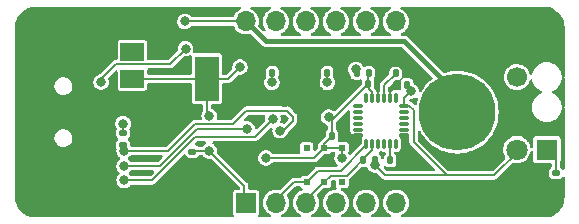
<source format=gbr>
%TF.GenerationSoftware,KiCad,Pcbnew,6.0.4*%
%TF.CreationDate,2022-07-04T15:33:54+01:00*%
%TF.ProjectId,bob,626f622e-6b69-4636-9164-5f7063625858,rev?*%
%TF.SameCoordinates,Original*%
%TF.FileFunction,Copper,L2,Bot*%
%TF.FilePolarity,Positive*%
%FSLAX46Y46*%
G04 Gerber Fmt 4.6, Leading zero omitted, Abs format (unit mm)*
G04 Created by KiCad (PCBNEW 6.0.4) date 2022-07-04 15:33:54*
%MOMM*%
%LPD*%
G01*
G04 APERTURE LIST*
G04 Aperture macros list*
%AMRoundRect*
0 Rectangle with rounded corners*
0 $1 Rounding radius*
0 $2 $3 $4 $5 $6 $7 $8 $9 X,Y pos of 4 corners*
0 Add a 4 corners polygon primitive as box body*
4,1,4,$2,$3,$4,$5,$6,$7,$8,$9,$2,$3,0*
0 Add four circle primitives for the rounded corners*
1,1,$1+$1,$2,$3*
1,1,$1+$1,$4,$5*
1,1,$1+$1,$6,$7*
1,1,$1+$1,$8,$9*
0 Add four rect primitives between the rounded corners*
20,1,$1+$1,$2,$3,$4,$5,0*
20,1,$1+$1,$4,$5,$6,$7,0*
20,1,$1+$1,$6,$7,$8,$9,0*
20,1,$1+$1,$8,$9,$2,$3,0*%
G04 Aperture macros list end*
%TA.AperFunction,ComponentPad*%
%ADD10O,1.700000X1.700000*%
%TD*%
%TA.AperFunction,ComponentPad*%
%ADD11R,1.700000X1.700000*%
%TD*%
%TA.AperFunction,SMDPad,CuDef*%
%ADD12R,0.599440X0.497840*%
%TD*%
%TA.AperFunction,SMDPad,CuDef*%
%ADD13R,0.497840X0.599440*%
%TD*%
%TA.AperFunction,SMDPad,CuDef*%
%ADD14RoundRect,0.140000X-0.170000X0.140000X-0.170000X-0.140000X0.170000X-0.140000X0.170000X0.140000X0*%
%TD*%
%TA.AperFunction,TestPad*%
%ADD15C,6.500000*%
%TD*%
%TA.AperFunction,ComponentPad*%
%ADD16RoundRect,0.425000X0.425000X-0.425000X0.425000X0.425000X-0.425000X0.425000X-0.425000X-0.425000X0*%
%TD*%
%TA.AperFunction,ComponentPad*%
%ADD17C,1.700000*%
%TD*%
%TA.AperFunction,SMDPad,CuDef*%
%ADD18RoundRect,0.075000X-0.075000X0.350000X-0.075000X-0.350000X0.075000X-0.350000X0.075000X0.350000X0*%
%TD*%
%TA.AperFunction,SMDPad,CuDef*%
%ADD19RoundRect,0.075000X-0.350000X-0.075000X0.350000X-0.075000X0.350000X0.075000X-0.350000X0.075000X0*%
%TD*%
%TA.AperFunction,ComponentPad*%
%ADD20C,1.800000*%
%TD*%
%TA.AperFunction,ComponentPad*%
%ADD21R,1.800000X1.800000*%
%TD*%
%TA.AperFunction,ComponentPad*%
%ADD22C,3.800000*%
%TD*%
%TA.AperFunction,ComponentPad*%
%ADD23C,0.600000*%
%TD*%
%TA.AperFunction,SMDPad,CuDef*%
%ADD24R,2.000000X1.500000*%
%TD*%
%TA.AperFunction,SMDPad,CuDef*%
%ADD25R,2.000000X3.800000*%
%TD*%
%TA.AperFunction,SMDPad,CuDef*%
%ADD26RoundRect,0.135000X-0.185000X0.135000X-0.185000X-0.135000X0.185000X-0.135000X0.185000X0.135000X0*%
%TD*%
%TA.AperFunction,SMDPad,CuDef*%
%ADD27RoundRect,0.135000X-0.135000X-0.185000X0.135000X-0.185000X0.135000X0.185000X-0.135000X0.185000X0*%
%TD*%
%TA.AperFunction,SMDPad,CuDef*%
%ADD28RoundRect,0.135000X0.135000X0.185000X-0.135000X0.185000X-0.135000X-0.185000X0.135000X-0.185000X0*%
%TD*%
%TA.AperFunction,SMDPad,CuDef*%
%ADD29RoundRect,0.140000X-0.140000X-0.170000X0.140000X-0.170000X0.140000X0.170000X-0.140000X0.170000X0*%
%TD*%
%TA.AperFunction,SMDPad,CuDef*%
%ADD30RoundRect,0.140000X0.140000X0.170000X-0.140000X0.170000X-0.140000X-0.170000X0.140000X-0.170000X0*%
%TD*%
%TA.AperFunction,ViaPad*%
%ADD31C,0.800000*%
%TD*%
%TA.AperFunction,Conductor*%
%ADD32C,0.400000*%
%TD*%
%TA.AperFunction,Conductor*%
%ADD33C,0.200000*%
%TD*%
G04 APERTURE END LIST*
D10*
%TO.P,J1,7,Pin_7*%
%TO.N,+BATT*%
X38109164Y-17820000D03*
%TO.P,J1,6,Pin_6*%
%TO.N,GPIO29*%
X40649164Y-17820000D03*
%TO.P,J1,5,Pin_5*%
%TO.N,GPIO28*%
X43189164Y-17820000D03*
%TO.P,J1,4,Pin_4*%
%TO.N,GPIO27*%
X45729164Y-17820000D03*
%TO.P,J1,3,Pin_3*%
%TO.N,GPIO26*%
X48269164Y-17820000D03*
%TO.P,J1,2,Pin_2*%
%TO.N,GPIO25*%
X50809164Y-17820000D03*
D11*
%TO.P,J1,1,Pin_1*%
%TO.N,GND*%
X53349164Y-17820000D03*
%TD*%
D12*
%TO.P,U5,1*%
%TO.N,N/C*%
X43251400Y-28534400D03*
%TO.P,U5,2,VDD*%
%TO.N,+3V3*%
X44750000Y-28534400D03*
%TO.P,U5,3,VDDIO*%
X46248600Y-28534400D03*
%TO.P,U5,4*%
%TO.N,N/C*%
X46248600Y-31430000D03*
%TO.P,U5,5,SCL*%
%TO.N,I2C_SCL*%
X44750000Y-31430000D03*
%TO.P,U5,6,SDA*%
%TO.N,I2C_SDA*%
X43251400Y-31430000D03*
D13*
%TO.P,U5,7,GND*%
%TO.N,GND*%
X43251400Y-29982200D03*
%TD*%
D14*
%TO.P,C15,1*%
%TO.N,+3V3*%
X33579164Y-28840000D03*
%TO.P,C15,2*%
%TO.N,GND*%
X33579164Y-29800000D03*
%TD*%
D15*
%TO.P,SW1,2,2*%
%TO.N,+BATT*%
X56000000Y-25500000D03*
%TD*%
D16*
%TO.P,J3,1,Pin_1*%
%TO.N,GND*%
X61050000Y-25080000D03*
D17*
%TO.P,J3,2,Pin_2*%
%TO.N,Net-(J3-Pad2)*%
X61050000Y-22540000D03*
%TD*%
D10*
%TO.P,J4,7,Pin_7*%
%TO.N,GND*%
X53349164Y-33180000D03*
%TO.P,J4,6,Pin_6*%
%TO.N,GPIO4*%
X50809164Y-33180000D03*
%TO.P,J4,5,Pin_5*%
%TO.N,GPIO3*%
X48269164Y-33180000D03*
%TO.P,J4,4,Pin_4*%
%TO.N,GPIO2*%
X45729164Y-33180000D03*
%TO.P,J4,3,Pin_3*%
%TO.N,I2C_SCL*%
X43189164Y-33180000D03*
%TO.P,J4,2,Pin_2*%
%TO.N,I2C_SDA*%
X40649164Y-33180000D03*
D11*
%TO.P,J4,1,Pin_1*%
%TO.N,+3V3*%
X38109164Y-33180000D03*
%TD*%
D18*
%TO.P,U4,24,SDA*%
%TO.N,I2C_SDA*%
X48300000Y-28180000D03*
%TO.P,U4,23,SCL*%
%TO.N,I2C_SCL*%
X48800000Y-28180000D03*
%TO.P,U4,22,NC*%
%TO.N,unconnected-(U4-Pad22)*%
X49300000Y-28180000D03*
%TO.P,U4,21,NC*%
%TO.N,unconnected-(U4-Pad21)*%
X49800000Y-28180000D03*
%TO.P,U4,20,CPOUT*%
%TO.N,Net-(C16-Pad1)*%
X50300000Y-28180000D03*
%TO.P,U4,19,NC*%
%TO.N,unconnected-(U4-Pad19)*%
X50800000Y-28180000D03*
D19*
%TO.P,U4,18,GND*%
%TO.N,GND*%
X51500000Y-27480000D03*
%TO.P,U4,17,NC*%
%TO.N,unconnected-(U4-Pad17)*%
X51500000Y-26980000D03*
%TO.P,U4,16,NC*%
%TO.N,unconnected-(U4-Pad16)*%
X51500000Y-26480000D03*
%TO.P,U4,15,NC*%
%TO.N,unconnected-(U4-Pad15)*%
X51500000Y-25980000D03*
%TO.P,U4,14,NC*%
%TO.N,unconnected-(U4-Pad14)*%
X51500000Y-25480000D03*
%TO.P,U4,13,VDD*%
%TO.N,+3V3*%
X51500000Y-24980000D03*
D18*
%TO.P,U4,12,INT*%
%TO.N,unconnected-(U4-Pad12)*%
X50800000Y-24280000D03*
%TO.P,U4,11,FSYNC*%
%TO.N,GND*%
X50300000Y-24280000D03*
%TO.P,U4,10,REGOUT*%
%TO.N,Net-(C10-Pad1)*%
X49800000Y-24280000D03*
%TO.P,U4,9,AD0*%
%TO.N,GND*%
X49300000Y-24280000D03*
%TO.P,U4,8,VDDIO*%
%TO.N,+3V3*%
X48800000Y-24280000D03*
%TO.P,U4,7,AUX_SCL*%
%TO.N,unconnected-(U4-Pad7)*%
X48300000Y-24280000D03*
D19*
%TO.P,U4,6,AUX_SDA*%
%TO.N,unconnected-(U4-Pad6)*%
X47600000Y-24980000D03*
%TO.P,U4,5,NC*%
%TO.N,unconnected-(U4-Pad5)*%
X47600000Y-25480000D03*
%TO.P,U4,4,NC*%
%TO.N,unconnected-(U4-Pad4)*%
X47600000Y-25980000D03*
%TO.P,U4,3,NC*%
%TO.N,unconnected-(U4-Pad3)*%
X47600000Y-26480000D03*
%TO.P,U4,2,NC*%
%TO.N,unconnected-(U4-Pad2)*%
X47600000Y-26980000D03*
%TO.P,U4,1,CLKIN*%
%TO.N,GND*%
X47600000Y-27480000D03*
%TD*%
D20*
%TO.P,D3,2,A*%
%TO.N,+3V3*%
X61049164Y-28680000D03*
D21*
%TO.P,D3,1,K*%
%TO.N,Net-(D3-Pad1)*%
X63589164Y-28680000D03*
%TD*%
D22*
%TO.P,H1,1,1*%
%TO.N,GND*%
X22500000Y-18500000D03*
%TD*%
%TO.P,H4,1,1*%
%TO.N,GND*%
X61000000Y-32500000D03*
%TD*%
%TO.P,H2,1,1*%
%TO.N,GND*%
X61000000Y-18500000D03*
%TD*%
%TO.P,H3,1,1*%
%TO.N,GND*%
X22500000Y-32500000D03*
%TD*%
D23*
%TO.P,U1,57,GND*%
%TO.N,GND*%
X43975000Y-23505000D03*
X43975000Y-24780000D03*
X43975000Y-26055000D03*
X42700000Y-23505000D03*
X42700000Y-24780000D03*
X42700000Y-26055000D03*
X41425000Y-23505000D03*
X41425000Y-24780000D03*
X41425000Y-26055000D03*
%TD*%
D24*
%TO.P,U3,1,GND*%
%TO.N,GND*%
X28500000Y-24980000D03*
D25*
%TO.P,U3,2,VO*%
%TO.N,+3V3*%
X34800000Y-22680000D03*
D24*
X28500000Y-22680000D03*
%TO.P,U3,3,VI*%
%TO.N,Net-(D2-Pad1)*%
X28500000Y-20380000D03*
%TD*%
D26*
%TO.P,R8,1*%
%TO.N,Net-(D3-Pad1)*%
X64349164Y-30670000D03*
%TO.P,R8,2*%
%TO.N,GND*%
X64349164Y-31690000D03*
%TD*%
D27*
%TO.P,R7,2*%
%TO.N,+3V3*%
X49019164Y-29580000D03*
%TO.P,R7,1*%
%TO.N,I2C_SCL*%
X47999164Y-29580000D03*
%TD*%
D28*
%TO.P,R1,1*%
%TO.N,+3V3*%
X48499164Y-22180000D03*
%TO.P,R1,2*%
%TO.N,Net-(JP1-Pad2)*%
X47479164Y-22180000D03*
%TD*%
D26*
%TO.P,R6,2*%
%TO.N,QSPI_SS*%
X27700000Y-28280000D03*
%TO.P,R6,1*%
%TO.N,Net-(JP2-Pad2)*%
X27700000Y-27260000D03*
%TD*%
D29*
%TO.P,C16,2*%
%TO.N,GND*%
X51279164Y-29580000D03*
%TO.P,C16,1*%
%TO.N,Net-(C16-Pad1)*%
X50319164Y-29580000D03*
%TD*%
%TO.P,C10,1*%
%TO.N,Net-(C10-Pad1)*%
X50789164Y-22230000D03*
%TO.P,C10,2*%
%TO.N,GND*%
X51749164Y-22230000D03*
%TD*%
%TO.P,C13,2*%
%TO.N,GND*%
X41299164Y-22180000D03*
%TO.P,C13,1*%
%TO.N,+1V1*%
X40339164Y-22180000D03*
%TD*%
D30*
%TO.P,C12,2*%
%TO.N,GND*%
X44019164Y-22180000D03*
%TO.P,C12,1*%
%TO.N,+1V1*%
X44979164Y-22180000D03*
%TD*%
%TO.P,C11,2*%
%TO.N,GND*%
X47490000Y-23130000D03*
%TO.P,C11,1*%
%TO.N,+3V3*%
X48450000Y-23130000D03*
%TD*%
D29*
%TO.P,C14,2*%
%TO.N,GND*%
X46349164Y-27530000D03*
%TO.P,C14,1*%
%TO.N,+3V3*%
X45389164Y-27530000D03*
%TD*%
D30*
%TO.P,C4,1*%
%TO.N,+3V3*%
X51749164Y-23180000D03*
%TO.P,C4,2*%
%TO.N,GND*%
X50789164Y-23180000D03*
%TD*%
D31*
%TO.N,GND*%
X47500000Y-20500000D03*
%TO.N,+BATT*%
X32949164Y-17830000D03*
%TO.N,VBUS*%
X25849164Y-22950000D03*
X32999164Y-20130000D03*
%TO.N,GND*%
X52999164Y-29930000D03*
%TO.N,Net-(JP1-Pad2)*%
X47429164Y-21880000D03*
%TO.N,+3V3*%
X52099164Y-23730000D03*
X28500000Y-22680000D03*
%TO.N,GND*%
X38099164Y-29530000D03*
X32549164Y-23680000D03*
X44799164Y-29680000D03*
X36329164Y-25030000D03*
X36559164Y-21520000D03*
X27779164Y-32600000D03*
X47349164Y-28190000D03*
%TO.N,+3V3*%
X34999164Y-25825352D03*
X49000000Y-29980000D03*
X46250000Y-29380000D03*
X39800000Y-29380000D03*
X37600000Y-21680000D03*
%TO.N,Net-(D2-Pad1)*%
X28500000Y-20380000D03*
%TO.N,GND*%
X29800000Y-26480000D03*
%TO.N,Net-(JP2-Pad2)*%
X27700000Y-26480000D03*
%TO.N,+3V3*%
X35000000Y-28780000D03*
%TO.N,QSPI_SD2*%
X40400000Y-26080000D03*
%TO.N,QSPI_SD1*%
X38199164Y-26924383D03*
%TO.N,QSPI_SS*%
X41000000Y-27080000D03*
X27800000Y-28780000D03*
%TO.N,QSPI_SD1*%
X27800000Y-30080000D03*
%TO.N,QSPI_SD2*%
X27800000Y-31280000D03*
%TO.N,+3V3*%
X45099164Y-25930000D03*
%TO.N,+1V1*%
X45000000Y-22980000D03*
X40300000Y-22980000D03*
%TD*%
D32*
%TO.N,+BATT*%
X38109164Y-17820000D02*
X39789164Y-19500000D01*
X55130479Y-23130479D02*
X55849164Y-23130479D01*
X39789164Y-19500000D02*
X51500000Y-19500000D01*
X51500000Y-19500000D02*
X55130479Y-23130479D01*
D33*
X38109164Y-17820000D02*
X32959164Y-17820000D01*
X32959164Y-17820000D02*
X32949164Y-17830000D01*
%TO.N,GND*%
X53500000Y-17820000D02*
X53349164Y-17820000D01*
%TO.N,VBUS*%
X31699653Y-21429511D02*
X32999164Y-20130000D01*
X25849164Y-22680000D02*
X27099653Y-21429511D01*
X27099653Y-21429511D02*
X31699653Y-21429511D01*
%TO.N,I2C_SDA*%
X43251400Y-31430000D02*
X42139164Y-31430000D01*
X42139164Y-31430000D02*
X40389164Y-33180000D01*
X48300000Y-28180000D02*
X48300000Y-28319259D01*
X44199351Y-30482049D02*
X43251400Y-31430000D01*
X48300000Y-28319259D02*
X46137210Y-30482049D01*
X46137210Y-30482049D02*
X44199351Y-30482049D01*
%TO.N,+BATT*%
X54665414Y-24645414D02*
X54665414Y-24095414D01*
%TO.N,+3V3*%
X52299653Y-25325002D02*
X52299653Y-27929511D01*
X59129644Y-30859520D02*
X55128684Y-30859520D01*
X55128684Y-30859520D02*
X52169644Y-30859520D01*
X52299653Y-27929511D02*
X52299653Y-28030489D01*
X52299653Y-28030489D02*
X55128684Y-30859520D01*
%TO.N,I2C_SCL*%
X44750000Y-31430000D02*
X44679164Y-31430000D01*
X44679164Y-31430000D02*
X42929164Y-33180000D01*
X48800000Y-28180000D02*
X48800000Y-28735611D01*
X45298431Y-30881569D02*
X44750000Y-31430000D01*
X48800000Y-28735611D02*
X46654042Y-30881569D01*
X46654042Y-30881569D02*
X45298431Y-30881569D01*
%TO.N,+3V3*%
X45360000Y-26190836D02*
X45099164Y-25930000D01*
X45389164Y-26190836D02*
X45360000Y-26190836D01*
X45389164Y-27530000D02*
X45389164Y-26190836D01*
X45389164Y-26190836D02*
X48450000Y-23130000D01*
X44750000Y-28534400D02*
X44750000Y-28169164D01*
X44750000Y-28169164D02*
X45389164Y-27530000D01*
%TO.N,GND*%
X51500000Y-29445426D02*
X51500000Y-27480000D01*
%TO.N,+1V1*%
X40339164Y-22180000D02*
X40339164Y-22940836D01*
X40339164Y-22940836D02*
X40300000Y-22980000D01*
X44979164Y-22180000D02*
X44979164Y-22959164D01*
X44979164Y-22959164D02*
X45000000Y-22980000D01*
%TO.N,+3V3*%
X48450000Y-23130000D02*
X48450000Y-22229164D01*
X48450000Y-22229164D02*
X48499164Y-22180000D01*
X51749164Y-23180000D02*
X51749164Y-23380000D01*
X51749164Y-23380000D02*
X52099164Y-23730000D01*
%TO.N,GND*%
X50789164Y-23180000D02*
X50799164Y-23180000D01*
X50799164Y-23180000D02*
X51749164Y-22230000D01*
X50300000Y-23825349D02*
X50300000Y-24280000D01*
X50789164Y-23336185D02*
X50300000Y-23825349D01*
%TO.N,Net-(C10-Pad1)*%
X50789164Y-22230000D02*
X50789164Y-22240836D01*
X50789164Y-22240836D02*
X49800000Y-23230000D01*
%TO.N,+3V3*%
X51500000Y-24980000D02*
X51500000Y-24329164D01*
X51500000Y-24329164D02*
X52099164Y-23730000D01*
%TO.N,GND*%
X47600000Y-27480000D02*
X47600000Y-27939164D01*
X47600000Y-27939164D02*
X47349164Y-28190000D01*
%TO.N,+3V3*%
X52299653Y-25325002D02*
X51954651Y-24980000D01*
X51954651Y-24980000D02*
X51500000Y-24980000D01*
X52169644Y-30859520D02*
X49879520Y-30859520D01*
X61309164Y-28680000D02*
X59129644Y-30859520D01*
X49879520Y-30859520D02*
X49000000Y-29980000D01*
X34999164Y-25825352D02*
X34800000Y-25626188D01*
X34800000Y-25626188D02*
X34800000Y-22680000D01*
%TO.N,QSPI_SD1*%
X33955628Y-26924372D02*
X30800000Y-30080000D01*
X38199164Y-26924383D02*
X38199153Y-26924372D01*
X38199153Y-26924372D02*
X33955628Y-26924372D01*
X30800000Y-30080000D02*
X27800000Y-30080000D01*
%TO.N,Net-(D3-Pad1)*%
X64349164Y-29230000D02*
X64349164Y-30670000D01*
%TO.N,+3V3*%
X48550000Y-23230000D02*
X48550000Y-23575349D01*
X48550000Y-23575349D02*
X48800000Y-23825349D01*
X48800000Y-23825349D02*
X48800000Y-24280000D01*
X46248600Y-29378600D02*
X46250000Y-29380000D01*
X46248600Y-28534400D02*
X46248600Y-29378600D01*
X39800000Y-29380000D02*
X43904400Y-29380000D01*
X43904400Y-29380000D02*
X44750000Y-28534400D01*
X36600000Y-22680000D02*
X37600000Y-21680000D01*
X34800000Y-22680000D02*
X36600000Y-22680000D01*
%TO.N,Net-(C10-Pad1)*%
X49800000Y-24280000D02*
X49800000Y-23230000D01*
%TO.N,Net-(C16-Pad1)*%
X50300000Y-28180000D02*
X50300000Y-29320000D01*
%TO.N,+3V3*%
X44750000Y-28534400D02*
X46248600Y-28534400D01*
X37960000Y-33080000D02*
X37960000Y-31740000D01*
X37960000Y-31740000D02*
X35000000Y-28780000D01*
X28500000Y-22680000D02*
X34800000Y-22680000D01*
%TO.N,Net-(JP2-Pad2)*%
X27700000Y-26480000D02*
X27700000Y-27260000D01*
%TO.N,QSPI_SS*%
X27800000Y-28780000D02*
X27800000Y-28380000D01*
X27800000Y-28380000D02*
X27700000Y-28280000D01*
%TO.N,+3V3*%
X35000000Y-28780000D02*
X33600000Y-28780000D01*
%TO.N,QSPI_SS*%
X27800000Y-28780000D02*
X31534994Y-28780000D01*
X33790142Y-26524852D02*
X37000000Y-26524852D01*
X31534994Y-28780000D02*
X33790142Y-26524852D01*
X37000000Y-26524852D02*
X38144363Y-25380489D01*
X38144363Y-25380489D02*
X41598327Y-25380489D01*
X41598327Y-25380489D02*
X42100000Y-25882162D01*
X42100000Y-25882162D02*
X42100000Y-26227838D01*
X41247838Y-27080000D02*
X41000000Y-27080000D01*
X42100000Y-26227838D02*
X41247838Y-27080000D01*
%TO.N,QSPI_SD2*%
X40400000Y-26080000D02*
X38856117Y-27623883D01*
X38856117Y-27623883D02*
X33821123Y-27623883D01*
X33821123Y-27623883D02*
X30165006Y-31280000D01*
X30165006Y-31280000D02*
X27800000Y-31280000D01*
%TD*%
%TA.AperFunction,Conductor*%
%TO.N,GND*%
G36*
X37672124Y-16588716D02*
G01*
X37718617Y-16642372D01*
X37728721Y-16712646D01*
X37699227Y-16777226D01*
X37647614Y-16812926D01*
X37631627Y-16818824D01*
X37457174Y-16922612D01*
X37452834Y-16926418D01*
X37452830Y-16926421D01*
X37333399Y-17031160D01*
X37304556Y-17056455D01*
X37178884Y-17215869D01*
X37176195Y-17220980D01*
X37176193Y-17220983D01*
X37093359Y-17378425D01*
X37084367Y-17395515D01*
X37082625Y-17394599D01*
X37043618Y-17443001D01*
X36971760Y-17465500D01*
X33559155Y-17465500D01*
X33491034Y-17445498D01*
X33455317Y-17410870D01*
X33443717Y-17393992D01*
X33325439Y-17288611D01*
X33318053Y-17284700D01*
X33244223Y-17245609D01*
X33185438Y-17214484D01*
X33031797Y-17175892D01*
X33024198Y-17175852D01*
X33024197Y-17175852D01*
X32958345Y-17175507D01*
X32873385Y-17175062D01*
X32866005Y-17176834D01*
X32866003Y-17176834D01*
X32726727Y-17210271D01*
X32726724Y-17210272D01*
X32719348Y-17212043D01*
X32578578Y-17284700D01*
X32459203Y-17388838D01*
X32368114Y-17518444D01*
X32342609Y-17583861D01*
X32331522Y-17612299D01*
X32310570Y-17666037D01*
X32309578Y-17673570D01*
X32309578Y-17673571D01*
X32291091Y-17813999D01*
X32289893Y-17823096D01*
X32307277Y-17980553D01*
X32309887Y-17987684D01*
X32309887Y-17987686D01*
X32345283Y-18084410D01*
X32361717Y-18129319D01*
X32450072Y-18260805D01*
X32455691Y-18265918D01*
X32455692Y-18265919D01*
X32549952Y-18351688D01*
X32567240Y-18367419D01*
X32706457Y-18443008D01*
X32859686Y-18483207D01*
X32943641Y-18484526D01*
X33010483Y-18485576D01*
X33010486Y-18485576D01*
X33018080Y-18485695D01*
X33172496Y-18450329D01*
X33242906Y-18414917D01*
X33307236Y-18382563D01*
X33307239Y-18382561D01*
X33314019Y-18379151D01*
X33319790Y-18374222D01*
X33319793Y-18374220D01*
X33428701Y-18281203D01*
X33434478Y-18276269D01*
X33469901Y-18226973D01*
X33525895Y-18183326D01*
X33572223Y-18174500D01*
X36975629Y-18174500D01*
X37043750Y-18194502D01*
X37090054Y-18247748D01*
X37148541Y-18374616D01*
X37151874Y-18379332D01*
X37198237Y-18444934D01*
X37265697Y-18540389D01*
X37411102Y-18682035D01*
X37415906Y-18685245D01*
X37458761Y-18713880D01*
X37579884Y-18794812D01*
X37585187Y-18797090D01*
X37585190Y-18797092D01*
X37761085Y-18872662D01*
X37766392Y-18874942D01*
X37839408Y-18891464D01*
X37958743Y-18918467D01*
X37958748Y-18918468D01*
X37964380Y-18919742D01*
X37970151Y-18919969D01*
X37970153Y-18919969D01*
X38029920Y-18922317D01*
X38167217Y-18927712D01*
X38267663Y-18913148D01*
X38362395Y-18899413D01*
X38362400Y-18899412D01*
X38368109Y-18898584D01*
X38425970Y-18878943D01*
X38496903Y-18875987D01*
X38555565Y-18909161D01*
X39443415Y-19797011D01*
X39453270Y-19808100D01*
X39474523Y-19835059D01*
X39482270Y-19840413D01*
X39523258Y-19868742D01*
X39526451Y-19871024D01*
X39574088Y-19906209D01*
X39580961Y-19908623D01*
X39586953Y-19912764D01*
X39643434Y-19930626D01*
X39647163Y-19931871D01*
X39703038Y-19951493D01*
X39710242Y-19951776D01*
X39710413Y-19951809D01*
X39717261Y-19953975D01*
X39723932Y-19954500D01*
X39777102Y-19954500D01*
X39782048Y-19954597D01*
X39839601Y-19956858D01*
X39846756Y-19954961D01*
X39855134Y-19954500D01*
X51259550Y-19954500D01*
X51327671Y-19974502D01*
X51348645Y-19991405D01*
X53883014Y-22525774D01*
X53917040Y-22588086D01*
X53911975Y-22658901D01*
X53873215Y-22712788D01*
X53651814Y-22892075D01*
X53392075Y-23151814D01*
X53160909Y-23437280D01*
X53159107Y-23440055D01*
X53159104Y-23440059D01*
X52980881Y-23714498D01*
X52927005Y-23760735D01*
X52856684Y-23770504D01*
X52792244Y-23740704D01*
X52754145Y-23680795D01*
X52750124Y-23661025D01*
X52739440Y-23572733D01*
X52683444Y-23424546D01*
X52656909Y-23385937D01*
X52598019Y-23300251D01*
X52598018Y-23300249D01*
X52593717Y-23293992D01*
X52562559Y-23266231D01*
X52533196Y-23240070D01*
X52475439Y-23188611D01*
X52445423Y-23172718D01*
X52351966Y-23123235D01*
X52350704Y-23122567D01*
X52299861Y-23073014D01*
X52283663Y-23011213D01*
X52283663Y-22978956D01*
X52275744Y-22928955D01*
X52270584Y-22896371D01*
X52270583Y-22896369D01*
X52269032Y-22886573D01*
X52212299Y-22775229D01*
X52123935Y-22686865D01*
X52012591Y-22630132D01*
X52002801Y-22628581D01*
X52002800Y-22628581D01*
X51977063Y-22624505D01*
X51920209Y-22615500D01*
X51749199Y-22615500D01*
X51578120Y-22615501D01*
X51485737Y-22630132D01*
X51476906Y-22634632D01*
X51476902Y-22634633D01*
X51405934Y-22636659D01*
X51345137Y-22599994D01*
X51313814Y-22536281D01*
X51313520Y-22495091D01*
X51323664Y-22431045D01*
X51323663Y-22028956D01*
X51314970Y-21974065D01*
X51310584Y-21946371D01*
X51310583Y-21946369D01*
X51309032Y-21936573D01*
X51252299Y-21825229D01*
X51163935Y-21736865D01*
X51052591Y-21680132D01*
X51042801Y-21678581D01*
X51042800Y-21678581D01*
X51017063Y-21674505D01*
X50960209Y-21665500D01*
X50789199Y-21665500D01*
X50618120Y-21665501D01*
X50594956Y-21669170D01*
X50535535Y-21678580D01*
X50535533Y-21678581D01*
X50525737Y-21680132D01*
X50516900Y-21684635D01*
X50516899Y-21684635D01*
X50511420Y-21687427D01*
X50414393Y-21736865D01*
X50326029Y-21825229D01*
X50269296Y-21936573D01*
X50267745Y-21946363D01*
X50267745Y-21946364D01*
X50265672Y-21959454D01*
X50254664Y-22028955D01*
X50254665Y-22148048D01*
X50254665Y-22221806D01*
X50234663Y-22289927D01*
X50217760Y-22310902D01*
X49585580Y-22943082D01*
X49570098Y-22955587D01*
X49566871Y-22958523D01*
X49558118Y-22964175D01*
X49538991Y-22988438D01*
X49535441Y-22992433D01*
X49535540Y-22992517D01*
X49532182Y-22996480D01*
X49528506Y-23000156D01*
X49525483Y-23004385D01*
X49525483Y-23004386D01*
X49518146Y-23014652D01*
X49514585Y-23019395D01*
X49491503Y-23048675D01*
X49491501Y-23048679D01*
X49485054Y-23056857D01*
X49482221Y-23064925D01*
X49477247Y-23071885D01*
X49474263Y-23081863D01*
X49463580Y-23117586D01*
X49461744Y-23123235D01*
X49445950Y-23168208D01*
X49445500Y-23173404D01*
X49445500Y-23176109D01*
X49445403Y-23178365D01*
X49445260Y-23178841D01*
X49445214Y-23178839D01*
X49445201Y-23179038D01*
X49443432Y-23184955D01*
X49443841Y-23195359D01*
X49445403Y-23235124D01*
X49445500Y-23240070D01*
X49445500Y-23721793D01*
X49433695Y-23775043D01*
X49414195Y-23816861D01*
X49367278Y-23870146D01*
X49299001Y-23889607D01*
X49231041Y-23869065D01*
X49185805Y-23816861D01*
X49149074Y-23738091D01*
X49150086Y-23737619D01*
X49145563Y-23728727D01*
X49145131Y-23725079D01*
X49141430Y-23717371D01*
X49140025Y-23708932D01*
X49122116Y-23675741D01*
X49117382Y-23666968D01*
X49114686Y-23661677D01*
X49097477Y-23625838D01*
X49097473Y-23625831D01*
X49094044Y-23618691D01*
X49090688Y-23614699D01*
X49088741Y-23612752D01*
X49087253Y-23611130D01*
X49087018Y-23610694D01*
X49087054Y-23610662D01*
X49086917Y-23610507D01*
X49083983Y-23605069D01*
X49074069Y-23595904D01*
X49047106Y-23570980D01*
X49043540Y-23567551D01*
X49005632Y-23529643D01*
X48971606Y-23467331D01*
X48970278Y-23420837D01*
X48972748Y-23405245D01*
X48984500Y-23331045D01*
X48984499Y-22928956D01*
X48969868Y-22836573D01*
X48960497Y-22818181D01*
X48924869Y-22748257D01*
X48911765Y-22678480D01*
X48938465Y-22612695D01*
X48945315Y-22605015D01*
X48946193Y-22603807D01*
X48953204Y-22596796D01*
X49009218Y-22486862D01*
X49012897Y-22463637D01*
X49014965Y-22450579D01*
X49023664Y-22395653D01*
X49023663Y-21964348D01*
X49017992Y-21928540D01*
X49010770Y-21882936D01*
X49010769Y-21882934D01*
X49009218Y-21873138D01*
X49001350Y-21857695D01*
X48963806Y-21784011D01*
X48953204Y-21763204D01*
X48865960Y-21675960D01*
X48756026Y-21619946D01*
X48746237Y-21618396D01*
X48746235Y-21618395D01*
X48719743Y-21614199D01*
X48664817Y-21605500D01*
X48499198Y-21605500D01*
X48333512Y-21605501D01*
X48328619Y-21606276D01*
X48328618Y-21606276D01*
X48252100Y-21618394D01*
X48252098Y-21618395D01*
X48242302Y-21619946D01*
X48233465Y-21624449D01*
X48233464Y-21624449D01*
X48190122Y-21646533D01*
X48120345Y-21659637D01*
X48054560Y-21632937D01*
X48021383Y-21587478D01*
X48019649Y-21588384D01*
X48016128Y-21581649D01*
X48013444Y-21574546D01*
X47946022Y-21476446D01*
X47928019Y-21450251D01*
X47928018Y-21450249D01*
X47923717Y-21443992D01*
X47805439Y-21338611D01*
X47798053Y-21334700D01*
X47672152Y-21268039D01*
X47672153Y-21268039D01*
X47665438Y-21264484D01*
X47511797Y-21225892D01*
X47504198Y-21225852D01*
X47504197Y-21225852D01*
X47438345Y-21225507D01*
X47353385Y-21225062D01*
X47346005Y-21226834D01*
X47346003Y-21226834D01*
X47206727Y-21260271D01*
X47206724Y-21260272D01*
X47199348Y-21262043D01*
X47058578Y-21334700D01*
X46939203Y-21438838D01*
X46848114Y-21568444D01*
X46833364Y-21606276D01*
X46801725Y-21687427D01*
X46790570Y-21716037D01*
X46789578Y-21723570D01*
X46789578Y-21723571D01*
X46771048Y-21864326D01*
X46769893Y-21873096D01*
X46776901Y-21936573D01*
X46785415Y-22013684D01*
X46787277Y-22030553D01*
X46789887Y-22037684D01*
X46789887Y-22037686D01*
X46838114Y-22169472D01*
X46841717Y-22179319D01*
X46845953Y-22185622D01*
X46845953Y-22185623D01*
X46930072Y-22310805D01*
X46928371Y-22311948D01*
X46953416Y-22367060D01*
X46954665Y-22384759D01*
X46954665Y-22395652D01*
X46955440Y-22400543D01*
X46955440Y-22400546D01*
X46965431Y-22463630D01*
X46969110Y-22486862D01*
X46973611Y-22495695D01*
X46973613Y-22495700D01*
X46982489Y-22513120D01*
X47025124Y-22596796D01*
X47112368Y-22684040D01*
X47222302Y-22740054D01*
X47232091Y-22741604D01*
X47232093Y-22741605D01*
X47258585Y-22745801D01*
X47313511Y-22754500D01*
X47479130Y-22754500D01*
X47644816Y-22754499D01*
X47649710Y-22753724D01*
X47726228Y-22741606D01*
X47726230Y-22741605D01*
X47736026Y-22740054D01*
X47744863Y-22735551D01*
X47754294Y-22732487D01*
X47754828Y-22734130D01*
X47813239Y-22723160D01*
X47879024Y-22749859D01*
X47919931Y-22807886D01*
X47925116Y-22868242D01*
X47915500Y-22928955D01*
X47915501Y-23045886D01*
X47915501Y-23110970D01*
X47895499Y-23179091D01*
X47878596Y-23200066D01*
X45673038Y-25405624D01*
X45610726Y-25439650D01*
X45539911Y-25434585D01*
X45500125Y-25410605D01*
X45475439Y-25388611D01*
X45335438Y-25314484D01*
X45181797Y-25275892D01*
X45174198Y-25275852D01*
X45174197Y-25275852D01*
X45108345Y-25275507D01*
X45023385Y-25275062D01*
X45016005Y-25276834D01*
X45016003Y-25276834D01*
X44876727Y-25310271D01*
X44876724Y-25310272D01*
X44869348Y-25312043D01*
X44728578Y-25384700D01*
X44609203Y-25488838D01*
X44518114Y-25618444D01*
X44493465Y-25681665D01*
X44464877Y-25754991D01*
X44460570Y-25766037D01*
X44459578Y-25773570D01*
X44459578Y-25773571D01*
X44441140Y-25913625D01*
X44439893Y-25923096D01*
X44446511Y-25983038D01*
X44453932Y-26050251D01*
X44457277Y-26080553D01*
X44459887Y-26087684D01*
X44459887Y-26087686D01*
X44504707Y-26210162D01*
X44511717Y-26229319D01*
X44515953Y-26235622D01*
X44515953Y-26235623D01*
X44574489Y-26322733D01*
X44600072Y-26360805D01*
X44605691Y-26365918D01*
X44605692Y-26365919D01*
X44687945Y-26440763D01*
X44717240Y-26467419D01*
X44856457Y-26543008D01*
X44896355Y-26553475D01*
X44940638Y-26565093D01*
X45001453Y-26601727D01*
X45032808Y-26665425D01*
X45034664Y-26686969D01*
X45034664Y-26964404D01*
X45014662Y-27032525D01*
X44997759Y-27053499D01*
X44926029Y-27125229D01*
X44869296Y-27236573D01*
X44867745Y-27246363D01*
X44867745Y-27246364D01*
X44863669Y-27272101D01*
X44854664Y-27328955D01*
X44854665Y-27430546D01*
X44854665Y-27510970D01*
X44834663Y-27579091D01*
X44817760Y-27600066D01*
X44535580Y-27882246D01*
X44520098Y-27894751D01*
X44516871Y-27897687D01*
X44508118Y-27903339D01*
X44488991Y-27927602D01*
X44485441Y-27931597D01*
X44485540Y-27931681D01*
X44482182Y-27935644D01*
X44478506Y-27939320D01*
X44475483Y-27943549D01*
X44475483Y-27943550D01*
X44468146Y-27953816D01*
X44464585Y-27958559D01*
X44435054Y-27996020D01*
X44432375Y-27993908D01*
X44394804Y-28031268D01*
X44374610Y-28038563D01*
X44374616Y-28038577D01*
X44363154Y-28043325D01*
X44350979Y-28045746D01*
X44340659Y-28052641D01*
X44340658Y-28052642D01*
X44303411Y-28077530D01*
X44266796Y-28101996D01*
X44210546Y-28186179D01*
X44195780Y-28260413D01*
X44195781Y-28422620D01*
X44195781Y-28535091D01*
X44175779Y-28603211D01*
X44158876Y-28624186D01*
X44020715Y-28762347D01*
X43958403Y-28796373D01*
X43887588Y-28791308D01*
X43830752Y-28748761D01*
X43805941Y-28682241D01*
X43805620Y-28673252D01*
X43805619Y-28266603D01*
X43805619Y-28260414D01*
X43797197Y-28218071D01*
X43793276Y-28198354D01*
X43793275Y-28198352D01*
X43790854Y-28186179D01*
X43773600Y-28160356D01*
X43741497Y-28112312D01*
X43734604Y-28101996D01*
X43650421Y-28045746D01*
X43576187Y-28030980D01*
X43251453Y-28030980D01*
X42926614Y-28030981D01*
X42890862Y-28038092D01*
X42864554Y-28043324D01*
X42864552Y-28043325D01*
X42852379Y-28045746D01*
X42842059Y-28052641D01*
X42842058Y-28052642D01*
X42804811Y-28077530D01*
X42768196Y-28101996D01*
X42711946Y-28186179D01*
X42697180Y-28260413D01*
X42697181Y-28808386D01*
X42710415Y-28874922D01*
X42704086Y-28945634D01*
X42660532Y-29001701D01*
X42586836Y-29025500D01*
X40416864Y-29025500D01*
X40348743Y-29005498D01*
X40313025Y-28970868D01*
X40298857Y-28950253D01*
X40298853Y-28950248D01*
X40294553Y-28943992D01*
X40281792Y-28932622D01*
X40236160Y-28891966D01*
X40176275Y-28838611D01*
X40168889Y-28834700D01*
X40091655Y-28793807D01*
X40036274Y-28764484D01*
X39882633Y-28725892D01*
X39875034Y-28725852D01*
X39875033Y-28725852D01*
X39809181Y-28725507D01*
X39724221Y-28725062D01*
X39716841Y-28726834D01*
X39716839Y-28726834D01*
X39577563Y-28760271D01*
X39577560Y-28760272D01*
X39570184Y-28762043D01*
X39429414Y-28834700D01*
X39310039Y-28938838D01*
X39218950Y-29068444D01*
X39205638Y-29102588D01*
X39165343Y-29205940D01*
X39161406Y-29216037D01*
X39160414Y-29223570D01*
X39160414Y-29223571D01*
X39141881Y-29364348D01*
X39140729Y-29373096D01*
X39146943Y-29429376D01*
X39152327Y-29478142D01*
X39158113Y-29530553D01*
X39160723Y-29537684D01*
X39160723Y-29537686D01*
X39208092Y-29667128D01*
X39212553Y-29679319D01*
X39216789Y-29685622D01*
X39216789Y-29685623D01*
X39272443Y-29768444D01*
X39300908Y-29810805D01*
X39306527Y-29815918D01*
X39306528Y-29815919D01*
X39407897Y-29908157D01*
X39418076Y-29917419D01*
X39557293Y-29993008D01*
X39710522Y-30033207D01*
X39794477Y-30034526D01*
X39861319Y-30035576D01*
X39861322Y-30035576D01*
X39868916Y-30035695D01*
X40023332Y-30000329D01*
X40102526Y-29960499D01*
X40158072Y-29932563D01*
X40158075Y-29932561D01*
X40164855Y-29929151D01*
X40170626Y-29924222D01*
X40170629Y-29924220D01*
X40279536Y-29831204D01*
X40279536Y-29831203D01*
X40285314Y-29826269D01*
X40313552Y-29786971D01*
X40369543Y-29743326D01*
X40415872Y-29734500D01*
X43853143Y-29734500D01*
X43872937Y-29736606D01*
X43877290Y-29736811D01*
X43887470Y-29739003D01*
X43918140Y-29735373D01*
X43923483Y-29735058D01*
X43923472Y-29734928D01*
X43928652Y-29734500D01*
X43933851Y-29734500D01*
X43938975Y-29733647D01*
X43938988Y-29733646D01*
X43951441Y-29731573D01*
X43957316Y-29730736D01*
X43994329Y-29726355D01*
X44004670Y-29725131D01*
X44012378Y-29721430D01*
X44020817Y-29720025D01*
X44062801Y-29697371D01*
X44068064Y-29694690D01*
X44086946Y-29685623D01*
X44111058Y-29674045D01*
X44115050Y-29670689D01*
X44116997Y-29668742D01*
X44118622Y-29667252D01*
X44119054Y-29667019D01*
X44119087Y-29667055D01*
X44119245Y-29666916D01*
X44124680Y-29663983D01*
X44158757Y-29627119D01*
X44162186Y-29623553D01*
X44711014Y-29074725D01*
X44773326Y-29040699D01*
X44800109Y-29037820D01*
X45040133Y-29037819D01*
X45074786Y-29037819D01*
X45110538Y-29030708D01*
X45136846Y-29025476D01*
X45136848Y-29025475D01*
X45149021Y-29023054D01*
X45159341Y-29016159D01*
X45159342Y-29016158D01*
X45222888Y-28973697D01*
X45233204Y-28966804D01*
X45240097Y-28956488D01*
X45240099Y-28956486D01*
X45247841Y-28944899D01*
X45302317Y-28899371D01*
X45352606Y-28888900D01*
X45555725Y-28888900D01*
X45623846Y-28908902D01*
X45670339Y-28962558D01*
X45680443Y-29032832D01*
X45668765Y-29068372D01*
X45668950Y-29068444D01*
X45662653Y-29084595D01*
X45615343Y-29205940D01*
X45611406Y-29216037D01*
X45610414Y-29223570D01*
X45610414Y-29223571D01*
X45591881Y-29364348D01*
X45590729Y-29373096D01*
X45596943Y-29429376D01*
X45602327Y-29478142D01*
X45608113Y-29530553D01*
X45610723Y-29537684D01*
X45610723Y-29537686D01*
X45658092Y-29667128D01*
X45662553Y-29679319D01*
X45666789Y-29685622D01*
X45666789Y-29685623D01*
X45722443Y-29768444D01*
X45750908Y-29810805D01*
X45829437Y-29882260D01*
X45858115Y-29908355D01*
X45895038Y-29968995D01*
X45893315Y-30039971D01*
X45853493Y-30098748D01*
X45788216Y-30126665D01*
X45773316Y-30127549D01*
X44250608Y-30127549D01*
X44230814Y-30125443D01*
X44226461Y-30125238D01*
X44216281Y-30123046D01*
X44185611Y-30126676D01*
X44180268Y-30126991D01*
X44180279Y-30127121D01*
X44175099Y-30127549D01*
X44169900Y-30127549D01*
X44164776Y-30128402D01*
X44164763Y-30128403D01*
X44152310Y-30130476D01*
X44146435Y-30131313D01*
X44109422Y-30135694D01*
X44099081Y-30136918D01*
X44091373Y-30140619D01*
X44082934Y-30142024D01*
X44040950Y-30164678D01*
X44035687Y-30167359D01*
X43992693Y-30188004D01*
X43988701Y-30191360D01*
X43986754Y-30193307D01*
X43985129Y-30194797D01*
X43984697Y-30195030D01*
X43984664Y-30194994D01*
X43984506Y-30195133D01*
X43979071Y-30198066D01*
X43972002Y-30205713D01*
X43944994Y-30234930D01*
X43941565Y-30238496D01*
X43290386Y-30889675D01*
X43228074Y-30923701D01*
X43201291Y-30926580D01*
X42961267Y-30926581D01*
X42926614Y-30926581D01*
X42890862Y-30933692D01*
X42864554Y-30938924D01*
X42864552Y-30938925D01*
X42852379Y-30941346D01*
X42842059Y-30948241D01*
X42842058Y-30948242D01*
X42796154Y-30978915D01*
X42768196Y-30997596D01*
X42761303Y-31007912D01*
X42761301Y-31007914D01*
X42753559Y-31019501D01*
X42699083Y-31065029D01*
X42648794Y-31075500D01*
X42190421Y-31075500D01*
X42170627Y-31073394D01*
X42166274Y-31073189D01*
X42156094Y-31070997D01*
X42125424Y-31074627D01*
X42120081Y-31074942D01*
X42120092Y-31075072D01*
X42114912Y-31075500D01*
X42109713Y-31075500D01*
X42104589Y-31076353D01*
X42104576Y-31076354D01*
X42092123Y-31078427D01*
X42086248Y-31079264D01*
X42049235Y-31083645D01*
X42038894Y-31084869D01*
X42031186Y-31088570D01*
X42022747Y-31089975D01*
X41995222Y-31104827D01*
X41980779Y-31112620D01*
X41975488Y-31115316D01*
X41939647Y-31132526D01*
X41939644Y-31132528D01*
X41932507Y-31135955D01*
X41928514Y-31139311D01*
X41926588Y-31141237D01*
X41924938Y-31142750D01*
X41924502Y-31142986D01*
X41924470Y-31142951D01*
X41924319Y-31143084D01*
X41918884Y-31146017D01*
X41911815Y-31153664D01*
X41884807Y-31182881D01*
X41881378Y-31186447D01*
X41001130Y-32066695D01*
X40938818Y-32100721D01*
X40887454Y-32101179D01*
X40770777Y-32077971D01*
X40770775Y-32077971D01*
X40765110Y-32076844D01*
X40759335Y-32076768D01*
X40759331Y-32076768D01*
X40657957Y-32075441D01*
X40562135Y-32074187D01*
X40556438Y-32075166D01*
X40556437Y-32075166D01*
X40367771Y-32107585D01*
X40362074Y-32108564D01*
X40171627Y-32178824D01*
X39997174Y-32282612D01*
X39992834Y-32286418D01*
X39992830Y-32286421D01*
X39848897Y-32412648D01*
X39844556Y-32416455D01*
X39718884Y-32575869D01*
X39716195Y-32580980D01*
X39716193Y-32580983D01*
X39703237Y-32605609D01*
X39624367Y-32755515D01*
X39564171Y-32949378D01*
X39540312Y-33150964D01*
X39553588Y-33353522D01*
X39555009Y-33359118D01*
X39555010Y-33359123D01*
X39575283Y-33438945D01*
X39603556Y-33550269D01*
X39605973Y-33555512D01*
X39643174Y-33636208D01*
X39688541Y-33734616D01*
X39805697Y-33900389D01*
X39951102Y-34042035D01*
X40119884Y-34154812D01*
X40125187Y-34157090D01*
X40125190Y-34157092D01*
X40187197Y-34183732D01*
X40241890Y-34229000D01*
X40263427Y-34296651D01*
X40244970Y-34365207D01*
X40192379Y-34412901D01*
X40137459Y-34425500D01*
X39231399Y-34425500D01*
X39163278Y-34405498D01*
X39116785Y-34351842D01*
X39106681Y-34281568D01*
X39135635Y-34218170D01*
X39142648Y-34213484D01*
X39186144Y-34148389D01*
X39192003Y-34139620D01*
X39198898Y-34129301D01*
X39213664Y-34055067D01*
X39213663Y-32304934D01*
X39198898Y-32230699D01*
X39172818Y-32191667D01*
X39149541Y-32156832D01*
X39142648Y-32146516D01*
X39058465Y-32090266D01*
X38984231Y-32075500D01*
X38440500Y-32075500D01*
X38372379Y-32055498D01*
X38325886Y-32001842D01*
X38314500Y-31949500D01*
X38314500Y-31791257D01*
X38316606Y-31771463D01*
X38316811Y-31767110D01*
X38319003Y-31756930D01*
X38315373Y-31726260D01*
X38315058Y-31720917D01*
X38314928Y-31720928D01*
X38314500Y-31715748D01*
X38314500Y-31710549D01*
X38313647Y-31705425D01*
X38313646Y-31705412D01*
X38311573Y-31692959D01*
X38310736Y-31687084D01*
X38306355Y-31650071D01*
X38305131Y-31639730D01*
X38301430Y-31632022D01*
X38300025Y-31623583D01*
X38277371Y-31581599D01*
X38274690Y-31576336D01*
X38257475Y-31540486D01*
X38254045Y-31533342D01*
X38250689Y-31529350D01*
X38248742Y-31527403D01*
X38247252Y-31525778D01*
X38247019Y-31525346D01*
X38247055Y-31525313D01*
X38246916Y-31525155D01*
X38243983Y-31519720D01*
X38207119Y-31485643D01*
X38203553Y-31482214D01*
X35685738Y-28964399D01*
X35651712Y-28902087D01*
X35650090Y-28857551D01*
X35650367Y-28855609D01*
X35659162Y-28793807D01*
X35659307Y-28780000D01*
X35640276Y-28622733D01*
X35584280Y-28474546D01*
X35525208Y-28388595D01*
X35498855Y-28350251D01*
X35498854Y-28350249D01*
X35494553Y-28343992D01*
X35486716Y-28337009D01*
X35397855Y-28257838D01*
X35376275Y-28238611D01*
X35333072Y-28215736D01*
X35282230Y-28166184D01*
X35266249Y-28097010D01*
X35290203Y-28030176D01*
X35346487Y-27986903D01*
X35392033Y-27978383D01*
X38804860Y-27978383D01*
X38824654Y-27980489D01*
X38829007Y-27980694D01*
X38839187Y-27982886D01*
X38869857Y-27979256D01*
X38875200Y-27978941D01*
X38875189Y-27978811D01*
X38880369Y-27978383D01*
X38885568Y-27978383D01*
X38890692Y-27977530D01*
X38890705Y-27977529D01*
X38903158Y-27975456D01*
X38909033Y-27974619D01*
X38946046Y-27970238D01*
X38956387Y-27969014D01*
X38964095Y-27965313D01*
X38972534Y-27963908D01*
X39014518Y-27941254D01*
X39019781Y-27938573D01*
X39030495Y-27933428D01*
X39062775Y-27917928D01*
X39066767Y-27914572D01*
X39068714Y-27912625D01*
X39070339Y-27911135D01*
X39070771Y-27910902D01*
X39070804Y-27910938D01*
X39070962Y-27910799D01*
X39076397Y-27907866D01*
X39088521Y-27894751D01*
X39110474Y-27871002D01*
X39113903Y-27867436D01*
X40143833Y-26837506D01*
X40206145Y-26803480D01*
X40276960Y-26808545D01*
X40333796Y-26851092D01*
X40358607Y-26917612D01*
X40357850Y-26943047D01*
X40341836Y-27064690D01*
X40340729Y-27073096D01*
X40344741Y-27109436D01*
X40352745Y-27181929D01*
X40358113Y-27230553D01*
X40360723Y-27237684D01*
X40360723Y-27237686D01*
X40394123Y-27328955D01*
X40412553Y-27379319D01*
X40416789Y-27385622D01*
X40416789Y-27385623D01*
X40465531Y-27458158D01*
X40500908Y-27510805D01*
X40506527Y-27515918D01*
X40506528Y-27515919D01*
X40599005Y-27600066D01*
X40618076Y-27617419D01*
X40757293Y-27693008D01*
X40910522Y-27733207D01*
X40994477Y-27734526D01*
X41061319Y-27735576D01*
X41061322Y-27735576D01*
X41068916Y-27735695D01*
X41223332Y-27700329D01*
X41293742Y-27664917D01*
X41358072Y-27632563D01*
X41358075Y-27632561D01*
X41364855Y-27629151D01*
X41370626Y-27624222D01*
X41370629Y-27624220D01*
X41479536Y-27531204D01*
X41479536Y-27531203D01*
X41485314Y-27526269D01*
X41577755Y-27397624D01*
X41636842Y-27250641D01*
X41640594Y-27224277D01*
X41669995Y-27159655D01*
X41676241Y-27152936D01*
X42314422Y-26514754D01*
X42329902Y-26502252D01*
X42333132Y-26499313D01*
X42341882Y-26493663D01*
X42361009Y-26469400D01*
X42364559Y-26465405D01*
X42364460Y-26465321D01*
X42367818Y-26461358D01*
X42371494Y-26457682D01*
X42374517Y-26453452D01*
X42381854Y-26443186D01*
X42385415Y-26438443D01*
X42408497Y-26409163D01*
X42408499Y-26409159D01*
X42414946Y-26400981D01*
X42417779Y-26392913D01*
X42422753Y-26385953D01*
X42436420Y-26340252D01*
X42438256Y-26334603D01*
X42447012Y-26309671D01*
X42454050Y-26289630D01*
X42454500Y-26284434D01*
X42454500Y-26281729D01*
X42454597Y-26279473D01*
X42454740Y-26278997D01*
X42454786Y-26278999D01*
X42454799Y-26278800D01*
X42456568Y-26272883D01*
X42454597Y-26222714D01*
X42454500Y-26217768D01*
X42454500Y-25933419D01*
X42456606Y-25913625D01*
X42456811Y-25909272D01*
X42459003Y-25899092D01*
X42455373Y-25868422D01*
X42455058Y-25863079D01*
X42454928Y-25863090D01*
X42454500Y-25857910D01*
X42454500Y-25852711D01*
X42453647Y-25847587D01*
X42453646Y-25847574D01*
X42451573Y-25835121D01*
X42450736Y-25829246D01*
X42446355Y-25792233D01*
X42445131Y-25781892D01*
X42441430Y-25774184D01*
X42440025Y-25765745D01*
X42417380Y-25723777D01*
X42414684Y-25718486D01*
X42397474Y-25682645D01*
X42397472Y-25682642D01*
X42394045Y-25675505D01*
X42390689Y-25671512D01*
X42388763Y-25669586D01*
X42387250Y-25667936D01*
X42387014Y-25667500D01*
X42387049Y-25667468D01*
X42386916Y-25667317D01*
X42383983Y-25661882D01*
X42347131Y-25627816D01*
X42343565Y-25624388D01*
X42114780Y-25395603D01*
X41885243Y-25166067D01*
X41872741Y-25150587D01*
X41869802Y-25147357D01*
X41864152Y-25138607D01*
X41839889Y-25119480D01*
X41835894Y-25115930D01*
X41835810Y-25116029D01*
X41831847Y-25112671D01*
X41828171Y-25108995D01*
X41816893Y-25100935D01*
X41813675Y-25098635D01*
X41808932Y-25095074D01*
X41779652Y-25071992D01*
X41779648Y-25071990D01*
X41771470Y-25065543D01*
X41763402Y-25062710D01*
X41756442Y-25057736D01*
X41727323Y-25049028D01*
X41710741Y-25044069D01*
X41705092Y-25042233D01*
X41669555Y-25029753D01*
X41660119Y-25026439D01*
X41654923Y-25025989D01*
X41652218Y-25025989D01*
X41649962Y-25025892D01*
X41649486Y-25025749D01*
X41649488Y-25025703D01*
X41649289Y-25025690D01*
X41643372Y-25023921D01*
X41593738Y-25025871D01*
X41593203Y-25025892D01*
X41588257Y-25025989D01*
X38195620Y-25025989D01*
X38175826Y-25023883D01*
X38171473Y-25023678D01*
X38161293Y-25021486D01*
X38130623Y-25025116D01*
X38125280Y-25025431D01*
X38125291Y-25025561D01*
X38120111Y-25025989D01*
X38114912Y-25025989D01*
X38109788Y-25026842D01*
X38109775Y-25026843D01*
X38097322Y-25028916D01*
X38091447Y-25029753D01*
X38054434Y-25034134D01*
X38044093Y-25035358D01*
X38036385Y-25039059D01*
X38027946Y-25040464D01*
X37988878Y-25061544D01*
X37985978Y-25063109D01*
X37980687Y-25065805D01*
X37944846Y-25083015D01*
X37944843Y-25083017D01*
X37937706Y-25086444D01*
X37933713Y-25089800D01*
X37931787Y-25091726D01*
X37930137Y-25093239D01*
X37929701Y-25093475D01*
X37929669Y-25093440D01*
X37929518Y-25093573D01*
X37924083Y-25096506D01*
X37917014Y-25104153D01*
X37890006Y-25133370D01*
X37886577Y-25136936D01*
X37373185Y-25650329D01*
X36890067Y-26133447D01*
X36827755Y-26167472D01*
X36800972Y-26170352D01*
X35752365Y-26170352D01*
X35684244Y-26150350D01*
X35637751Y-26096694D01*
X35627647Y-26026420D01*
X35631910Y-26010567D01*
X35631206Y-26010378D01*
X35633170Y-26003047D01*
X35636006Y-25995993D01*
X35648706Y-25906755D01*
X35657745Y-25843243D01*
X35657745Y-25843240D01*
X35658326Y-25839159D01*
X35658471Y-25825352D01*
X35656574Y-25809671D01*
X35652002Y-25771894D01*
X35639440Y-25668085D01*
X35583444Y-25519898D01*
X35566368Y-25495052D01*
X35498019Y-25395603D01*
X35498018Y-25395601D01*
X35493717Y-25389344D01*
X35375439Y-25283963D01*
X35348046Y-25269459D01*
X35242155Y-25213392D01*
X35242152Y-25213391D01*
X35235438Y-25209836D01*
X35233459Y-25209339D01*
X35178915Y-25167690D01*
X35154741Y-25100935D01*
X35154500Y-25093147D01*
X35154500Y-24960499D01*
X35174502Y-24892378D01*
X35228158Y-24845885D01*
X35280500Y-24834499D01*
X35825066Y-24834499D01*
X35860818Y-24827388D01*
X35887126Y-24822156D01*
X35887128Y-24822155D01*
X35899301Y-24819734D01*
X35909621Y-24812839D01*
X35909622Y-24812838D01*
X35973168Y-24770377D01*
X35983484Y-24763484D01*
X36039734Y-24679301D01*
X36054500Y-24605067D01*
X36054500Y-23160500D01*
X36074502Y-23092379D01*
X36128158Y-23045886D01*
X36180500Y-23034500D01*
X36548743Y-23034500D01*
X36568537Y-23036606D01*
X36572890Y-23036811D01*
X36583070Y-23039003D01*
X36613740Y-23035373D01*
X36619083Y-23035058D01*
X36619072Y-23034928D01*
X36624252Y-23034500D01*
X36629451Y-23034500D01*
X36634575Y-23033647D01*
X36634588Y-23033646D01*
X36647041Y-23031573D01*
X36652916Y-23030736D01*
X36689929Y-23026355D01*
X36700270Y-23025131D01*
X36707978Y-23021430D01*
X36716417Y-23020025D01*
X36758401Y-22997371D01*
X36763664Y-22994690D01*
X36785647Y-22984134D01*
X36806658Y-22974045D01*
X36807787Y-22973096D01*
X39640729Y-22973096D01*
X39648765Y-23045886D01*
X39657019Y-23120641D01*
X39658113Y-23130553D01*
X39660723Y-23137684D01*
X39660723Y-23137686D01*
X39707764Y-23266231D01*
X39712553Y-23279319D01*
X39716789Y-23285622D01*
X39716789Y-23285623D01*
X39788657Y-23392573D01*
X39800908Y-23410805D01*
X39806527Y-23415918D01*
X39806528Y-23415919D01*
X39911683Y-23511602D01*
X39918076Y-23517419D01*
X40057293Y-23593008D01*
X40210522Y-23633207D01*
X40294477Y-23634526D01*
X40361319Y-23635576D01*
X40361322Y-23635576D01*
X40368916Y-23635695D01*
X40523332Y-23600329D01*
X40622387Y-23550510D01*
X40658072Y-23532563D01*
X40658075Y-23532561D01*
X40664855Y-23529151D01*
X40670626Y-23524222D01*
X40670629Y-23524220D01*
X40779536Y-23431204D01*
X40779536Y-23431203D01*
X40785314Y-23426269D01*
X40877755Y-23297624D01*
X40936842Y-23150641D01*
X40950524Y-23054502D01*
X40958581Y-22997891D01*
X40958581Y-22997888D01*
X40959162Y-22993807D01*
X40959307Y-22980000D01*
X40958472Y-22973096D01*
X44340729Y-22973096D01*
X44348765Y-23045886D01*
X44357019Y-23120641D01*
X44358113Y-23130553D01*
X44360723Y-23137684D01*
X44360723Y-23137686D01*
X44407764Y-23266231D01*
X44412553Y-23279319D01*
X44416789Y-23285622D01*
X44416789Y-23285623D01*
X44488657Y-23392573D01*
X44500908Y-23410805D01*
X44506527Y-23415918D01*
X44506528Y-23415919D01*
X44611683Y-23511602D01*
X44618076Y-23517419D01*
X44757293Y-23593008D01*
X44910522Y-23633207D01*
X44994477Y-23634526D01*
X45061319Y-23635576D01*
X45061322Y-23635576D01*
X45068916Y-23635695D01*
X45223332Y-23600329D01*
X45322387Y-23550510D01*
X45358072Y-23532563D01*
X45358075Y-23532561D01*
X45364855Y-23529151D01*
X45370626Y-23524222D01*
X45370629Y-23524220D01*
X45479536Y-23431204D01*
X45479536Y-23431203D01*
X45485314Y-23426269D01*
X45577755Y-23297624D01*
X45636842Y-23150641D01*
X45650524Y-23054502D01*
X45658581Y-22997891D01*
X45658581Y-22997888D01*
X45659162Y-22993807D01*
X45659307Y-22980000D01*
X45657784Y-22967410D01*
X45652908Y-22927119D01*
X45640276Y-22822733D01*
X45584280Y-22674546D01*
X45558241Y-22636659D01*
X45516113Y-22575362D01*
X45494013Y-22507893D01*
X45498887Y-22473712D01*
X45499032Y-22473427D01*
X45513664Y-22381045D01*
X45513663Y-21978956D01*
X45506121Y-21931332D01*
X45500584Y-21896371D01*
X45500583Y-21896369D01*
X45499032Y-21886573D01*
X45492187Y-21873138D01*
X45470873Y-21831309D01*
X45442299Y-21775229D01*
X45353935Y-21686865D01*
X45242591Y-21630132D01*
X45232801Y-21628581D01*
X45232800Y-21628581D01*
X45206698Y-21624447D01*
X45150209Y-21615500D01*
X44979199Y-21615500D01*
X44808120Y-21615501D01*
X44789853Y-21618394D01*
X44725535Y-21628580D01*
X44725533Y-21628581D01*
X44715737Y-21630132D01*
X44604393Y-21686865D01*
X44516029Y-21775229D01*
X44459296Y-21886573D01*
X44444664Y-21978955D01*
X44444665Y-22381044D01*
X44445440Y-22385935D01*
X44445440Y-22385937D01*
X44457589Y-22462648D01*
X44459296Y-22473427D01*
X44463799Y-22482264D01*
X44465505Y-22485612D01*
X44466351Y-22490118D01*
X44466863Y-22491693D01*
X44466659Y-22491759D01*
X44478609Y-22555388D01*
X44456325Y-22615265D01*
X44455526Y-22616402D01*
X44418950Y-22668444D01*
X44393981Y-22732487D01*
X44366926Y-22801880D01*
X44361406Y-22816037D01*
X44360414Y-22823570D01*
X44360414Y-22823571D01*
X44341929Y-22963983D01*
X44340729Y-22973096D01*
X40958472Y-22973096D01*
X40957784Y-22967410D01*
X40952908Y-22927119D01*
X40940276Y-22822733D01*
X40884280Y-22674546D01*
X40853391Y-22629602D01*
X40831292Y-22562135D01*
X40844965Y-22501034D01*
X40847683Y-22495700D01*
X40859032Y-22473427D01*
X40860584Y-22463632D01*
X40869917Y-22404700D01*
X40873664Y-22381045D01*
X40873663Y-21978956D01*
X40866121Y-21931332D01*
X40860584Y-21896371D01*
X40860583Y-21896369D01*
X40859032Y-21886573D01*
X40852187Y-21873138D01*
X40830873Y-21831309D01*
X40802299Y-21775229D01*
X40713935Y-21686865D01*
X40602591Y-21630132D01*
X40592801Y-21628581D01*
X40592800Y-21628581D01*
X40566698Y-21624447D01*
X40510209Y-21615500D01*
X40339199Y-21615500D01*
X40168120Y-21615501D01*
X40149853Y-21618394D01*
X40085535Y-21628580D01*
X40085533Y-21628581D01*
X40075737Y-21630132D01*
X39964393Y-21686865D01*
X39876029Y-21775229D01*
X39819296Y-21886573D01*
X39804664Y-21978955D01*
X39804665Y-22381044D01*
X39817745Y-22463632D01*
X39818065Y-22465652D01*
X39808965Y-22536063D01*
X39796703Y-22557813D01*
X39784369Y-22575362D01*
X39718950Y-22668444D01*
X39693981Y-22732487D01*
X39666926Y-22801880D01*
X39661406Y-22816037D01*
X39660414Y-22823570D01*
X39660414Y-22823571D01*
X39641929Y-22963983D01*
X39640729Y-22973096D01*
X36807787Y-22973096D01*
X36810650Y-22970689D01*
X36812597Y-22968742D01*
X36814222Y-22967252D01*
X36814654Y-22967019D01*
X36814687Y-22967055D01*
X36814845Y-22966916D01*
X36820280Y-22963983D01*
X36829385Y-22954134D01*
X36854357Y-22927119D01*
X36857786Y-22923553D01*
X37412231Y-22369108D01*
X37474543Y-22335082D01*
X37510515Y-22333676D01*
X37510522Y-22333207D01*
X37661319Y-22335576D01*
X37661322Y-22335576D01*
X37668916Y-22335695D01*
X37823332Y-22300329D01*
X37919739Y-22251842D01*
X37958072Y-22232563D01*
X37958075Y-22232561D01*
X37964855Y-22229151D01*
X37970626Y-22224222D01*
X37970629Y-22224220D01*
X38079536Y-22131204D01*
X38079536Y-22131203D01*
X38085314Y-22126269D01*
X38177755Y-21997624D01*
X38236842Y-21850641D01*
X38248687Y-21767409D01*
X38258581Y-21697891D01*
X38258581Y-21697888D01*
X38259162Y-21693807D01*
X38259235Y-21686865D01*
X38259264Y-21684134D01*
X38259264Y-21684128D01*
X38259307Y-21680000D01*
X38257553Y-21665501D01*
X38251596Y-21616276D01*
X38240276Y-21522733D01*
X38184280Y-21374546D01*
X38172872Y-21357947D01*
X38098855Y-21250251D01*
X38098854Y-21250249D01*
X38094553Y-21243992D01*
X37976275Y-21138611D01*
X37968889Y-21134700D01*
X37863265Y-21078775D01*
X37836274Y-21064484D01*
X37682633Y-21025892D01*
X37675034Y-21025852D01*
X37675033Y-21025852D01*
X37609181Y-21025507D01*
X37524221Y-21025062D01*
X37516841Y-21026834D01*
X37516839Y-21026834D01*
X37377563Y-21060271D01*
X37377560Y-21060272D01*
X37370184Y-21062043D01*
X37229414Y-21134700D01*
X37110039Y-21238838D01*
X37018950Y-21368444D01*
X36998576Y-21420700D01*
X36976008Y-21478586D01*
X36961406Y-21516037D01*
X36960414Y-21523570D01*
X36960414Y-21523571D01*
X36941729Y-21665501D01*
X36940729Y-21673096D01*
X36944345Y-21705847D01*
X36950478Y-21761405D01*
X36938072Y-21831309D01*
X36914335Y-21864326D01*
X36490067Y-22288595D01*
X36427754Y-22322620D01*
X36400971Y-22325500D01*
X36180499Y-22325500D01*
X36112378Y-22305498D01*
X36065885Y-22251842D01*
X36054499Y-22199500D01*
X36054499Y-20754934D01*
X36039734Y-20680699D01*
X35983484Y-20596516D01*
X35899301Y-20540266D01*
X35825067Y-20525500D01*
X34800166Y-20525500D01*
X33774934Y-20525501D01*
X33753995Y-20529666D01*
X33683285Y-20523338D01*
X33627218Y-20479784D01*
X33603598Y-20412832D01*
X33612509Y-20359091D01*
X33636006Y-20300641D01*
X33658326Y-20143807D01*
X33658471Y-20130000D01*
X33639440Y-19972733D01*
X33583444Y-19824546D01*
X33493717Y-19693992D01*
X33375439Y-19588611D01*
X33368053Y-19584700D01*
X33266063Y-19530699D01*
X33235438Y-19514484D01*
X33081797Y-19475892D01*
X33074198Y-19475852D01*
X33074197Y-19475852D01*
X33008345Y-19475507D01*
X32923385Y-19475062D01*
X32916005Y-19476834D01*
X32916003Y-19476834D01*
X32776727Y-19510271D01*
X32776724Y-19510272D01*
X32769348Y-19512043D01*
X32628578Y-19584700D01*
X32509203Y-19688838D01*
X32418114Y-19818444D01*
X32415354Y-19825524D01*
X32364149Y-19956858D01*
X32360570Y-19966037D01*
X32359578Y-19973570D01*
X32359578Y-19973571D01*
X32359456Y-19974502D01*
X32339893Y-20123096D01*
X32344055Y-20160792D01*
X32349642Y-20211405D01*
X32337236Y-20281309D01*
X32313499Y-20314326D01*
X31589720Y-21038106D01*
X31527407Y-21072131D01*
X31500624Y-21075011D01*
X29880500Y-21075011D01*
X29812379Y-21055009D01*
X29765886Y-21001353D01*
X29754500Y-20949011D01*
X29754499Y-19611123D01*
X29754499Y-19604934D01*
X29739734Y-19530699D01*
X29729595Y-19515524D01*
X29690377Y-19456832D01*
X29683484Y-19446516D01*
X29599301Y-19390266D01*
X29525067Y-19375500D01*
X28500166Y-19375500D01*
X27474934Y-19375501D01*
X27439182Y-19382612D01*
X27412874Y-19387844D01*
X27412872Y-19387845D01*
X27400699Y-19390266D01*
X27390379Y-19397161D01*
X27390378Y-19397162D01*
X27329985Y-19437516D01*
X27316516Y-19446516D01*
X27260266Y-19530699D01*
X27245500Y-19604933D01*
X27245501Y-20314326D01*
X27245501Y-20946217D01*
X27225499Y-21014338D01*
X27171843Y-21060831D01*
X27119000Y-21071028D01*
X27116584Y-21070508D01*
X27085915Y-21074138D01*
X27080570Y-21074453D01*
X27080581Y-21074583D01*
X27075403Y-21075011D01*
X27070202Y-21075011D01*
X27052617Y-21077938D01*
X27046740Y-21078775D01*
X26999383Y-21084380D01*
X26991675Y-21088081D01*
X26983236Y-21089486D01*
X26941593Y-21111956D01*
X26941268Y-21112131D01*
X26935977Y-21114827D01*
X26900136Y-21132037D01*
X26900133Y-21132039D01*
X26892996Y-21135466D01*
X26889003Y-21138822D01*
X26887077Y-21140748D01*
X26885427Y-21142261D01*
X26884991Y-21142497D01*
X26884959Y-21142462D01*
X26884808Y-21142595D01*
X26879373Y-21145528D01*
X26872304Y-21153175D01*
X26845296Y-21182392D01*
X26841867Y-21185958D01*
X26282344Y-21745482D01*
X25745060Y-22282766D01*
X25685380Y-22316189D01*
X25626734Y-22330269D01*
X25626728Y-22330271D01*
X25619348Y-22332043D01*
X25478578Y-22404700D01*
X25359203Y-22508838D01*
X25268114Y-22638444D01*
X25246502Y-22693876D01*
X25214021Y-22777186D01*
X25210570Y-22786037D01*
X25209578Y-22793570D01*
X25209578Y-22793571D01*
X25191103Y-22933908D01*
X25189893Y-22943096D01*
X25198317Y-23019395D01*
X25206375Y-23092379D01*
X25207277Y-23100553D01*
X25209887Y-23107684D01*
X25209887Y-23107686D01*
X25250754Y-23219360D01*
X25261717Y-23249319D01*
X25265953Y-23255622D01*
X25265953Y-23255623D01*
X25319921Y-23335935D01*
X25350072Y-23380805D01*
X25355691Y-23385918D01*
X25355692Y-23385919D01*
X25430674Y-23454147D01*
X25467240Y-23487419D01*
X25606457Y-23563008D01*
X25759686Y-23603207D01*
X25843641Y-23604526D01*
X25910483Y-23605576D01*
X25910486Y-23605576D01*
X25918080Y-23605695D01*
X26072496Y-23570329D01*
X26154370Y-23529151D01*
X26207236Y-23502563D01*
X26207239Y-23502561D01*
X26214019Y-23499151D01*
X26219790Y-23494222D01*
X26219793Y-23494220D01*
X26328700Y-23401204D01*
X26328700Y-23401203D01*
X26334478Y-23396269D01*
X26426919Y-23267624D01*
X26486006Y-23120641D01*
X26494627Y-23060064D01*
X26507745Y-22967891D01*
X26507745Y-22967888D01*
X26508326Y-22963807D01*
X26508395Y-22957265D01*
X26508428Y-22954134D01*
X26508428Y-22954128D01*
X26508471Y-22950000D01*
X26489440Y-22792733D01*
X26482112Y-22773341D01*
X26449179Y-22686186D01*
X26443811Y-22615393D01*
X26477950Y-22552553D01*
X27030405Y-22000098D01*
X27092717Y-21966072D01*
X27163532Y-21971137D01*
X27220368Y-22013684D01*
X27245179Y-22080204D01*
X27245500Y-22089193D01*
X27245501Y-22773341D01*
X27245501Y-23455066D01*
X27248491Y-23470099D01*
X27257838Y-23517092D01*
X27260266Y-23529301D01*
X27267161Y-23539620D01*
X27267162Y-23539622D01*
X27284541Y-23565631D01*
X27316516Y-23613484D01*
X27400699Y-23669734D01*
X27474933Y-23684500D01*
X28499834Y-23684500D01*
X29525066Y-23684499D01*
X29565947Y-23676368D01*
X29587126Y-23672156D01*
X29587128Y-23672155D01*
X29599301Y-23669734D01*
X29609621Y-23662839D01*
X29609622Y-23662838D01*
X29673168Y-23620377D01*
X29683484Y-23613484D01*
X29739734Y-23529301D01*
X29754500Y-23455067D01*
X29754500Y-23160500D01*
X29774502Y-23092379D01*
X29828158Y-23045886D01*
X29880500Y-23034500D01*
X33419501Y-23034500D01*
X33487622Y-23054502D01*
X33534115Y-23108158D01*
X33545501Y-23160500D01*
X33545501Y-24605066D01*
X33552612Y-24640818D01*
X33555880Y-24657247D01*
X33560266Y-24679301D01*
X33567161Y-24689620D01*
X33567162Y-24689622D01*
X33571701Y-24696415D01*
X33616516Y-24763484D01*
X33700699Y-24819734D01*
X33774933Y-24834500D01*
X34319500Y-24834500D01*
X34387621Y-24854502D01*
X34434114Y-24908158D01*
X34445500Y-24960500D01*
X34445500Y-25434981D01*
X34424862Y-25500237D01*
X34426072Y-25500886D01*
X34422620Y-25507324D01*
X34422585Y-25507434D01*
X34418114Y-25513796D01*
X34415354Y-25520876D01*
X34372013Y-25632040D01*
X34360570Y-25661389D01*
X34359578Y-25668922D01*
X34359578Y-25668923D01*
X34341049Y-25809671D01*
X34339893Y-25818448D01*
X34346570Y-25878921D01*
X34353279Y-25939689D01*
X34357277Y-25975905D01*
X34359887Y-25983036D01*
X34359887Y-25983038D01*
X34366479Y-26001051D01*
X34371105Y-26071897D01*
X34336695Y-26133997D01*
X34274173Y-26167636D01*
X34248153Y-26170352D01*
X33841399Y-26170352D01*
X33821605Y-26168246D01*
X33817252Y-26168041D01*
X33807072Y-26165849D01*
X33776402Y-26169479D01*
X33771059Y-26169794D01*
X33771070Y-26169924D01*
X33765890Y-26170352D01*
X33760691Y-26170352D01*
X33755567Y-26171205D01*
X33755554Y-26171206D01*
X33743101Y-26173279D01*
X33737226Y-26174116D01*
X33700213Y-26178497D01*
X33689872Y-26179721D01*
X33682164Y-26183422D01*
X33673725Y-26184827D01*
X33631741Y-26207481D01*
X33626478Y-26210162D01*
X33583484Y-26230807D01*
X33579492Y-26234163D01*
X33577545Y-26236110D01*
X33575920Y-26237600D01*
X33575488Y-26237833D01*
X33575455Y-26237797D01*
X33575297Y-26237936D01*
X33569862Y-26240869D01*
X33562793Y-26248516D01*
X33535785Y-26277733D01*
X33532356Y-26281299D01*
X31425061Y-28388595D01*
X31362749Y-28422620D01*
X31335966Y-28425500D01*
X28416864Y-28425500D01*
X28348743Y-28405498D01*
X28313024Y-28370867D01*
X28296660Y-28347057D01*
X28274500Y-28275691D01*
X28274499Y-28119303D01*
X28274499Y-28114348D01*
X28271356Y-28094500D01*
X28261606Y-28032936D01*
X28261605Y-28032934D01*
X28260054Y-28023138D01*
X28253895Y-28011049D01*
X28213412Y-27931597D01*
X28204040Y-27913204D01*
X28149931Y-27859095D01*
X28115905Y-27796783D01*
X28120970Y-27725968D01*
X28149931Y-27680905D01*
X28204040Y-27626796D01*
X28260054Y-27516862D01*
X28274500Y-27425653D01*
X28274499Y-27094348D01*
X28269802Y-27064690D01*
X28261606Y-27012936D01*
X28261605Y-27012934D01*
X28260054Y-27003138D01*
X28253965Y-26991187D01*
X28240977Y-26965697D01*
X28227872Y-26895920D01*
X28250920Y-26834969D01*
X28277755Y-26797624D01*
X28336842Y-26650641D01*
X28359162Y-26493807D01*
X28359231Y-26487265D01*
X28359264Y-26484134D01*
X28359264Y-26484128D01*
X28359307Y-26480000D01*
X28340276Y-26322733D01*
X28284280Y-26174546D01*
X28194553Y-26043992D01*
X28174831Y-26026420D01*
X28140680Y-25995993D01*
X28076275Y-25938611D01*
X28068889Y-25934700D01*
X27982112Y-25888754D01*
X27936274Y-25864484D01*
X27782633Y-25825892D01*
X27775034Y-25825852D01*
X27775033Y-25825852D01*
X27709181Y-25825507D01*
X27624221Y-25825062D01*
X27616841Y-25826834D01*
X27616839Y-25826834D01*
X27477563Y-25860271D01*
X27477560Y-25860272D01*
X27470184Y-25862043D01*
X27329414Y-25934700D01*
X27210039Y-26038838D01*
X27118950Y-26168444D01*
X27098754Y-26220245D01*
X27064923Y-26307017D01*
X27061406Y-26316037D01*
X27060414Y-26323570D01*
X27060414Y-26323571D01*
X27041742Y-26465405D01*
X27040729Y-26473096D01*
X27043948Y-26502252D01*
X27056830Y-26618929D01*
X27058113Y-26630553D01*
X27060723Y-26637684D01*
X27060723Y-26637686D01*
X27100705Y-26746942D01*
X27112553Y-26779319D01*
X27116786Y-26785619D01*
X27116791Y-26785628D01*
X27151680Y-26837548D01*
X27173072Y-26905245D01*
X27159365Y-26965026D01*
X27139946Y-27003138D01*
X27125500Y-27094347D01*
X27125501Y-27425652D01*
X27139946Y-27516862D01*
X27144447Y-27525695D01*
X27144449Y-27525700D01*
X27159850Y-27555926D01*
X27195960Y-27626796D01*
X27250069Y-27680905D01*
X27284095Y-27743217D01*
X27279030Y-27814032D01*
X27250069Y-27859095D01*
X27195960Y-27913204D01*
X27139946Y-28023138D01*
X27125500Y-28114347D01*
X27125501Y-28445652D01*
X27139946Y-28536862D01*
X27144448Y-28545697D01*
X27144448Y-28545698D01*
X27147521Y-28551729D01*
X27160176Y-28625377D01*
X27141726Y-28765524D01*
X27140729Y-28773096D01*
X27144664Y-28808734D01*
X27156935Y-28919881D01*
X27158113Y-28930553D01*
X27160723Y-28937684D01*
X27160723Y-28937686D01*
X27209820Y-29071850D01*
X27212553Y-29079319D01*
X27216789Y-29085622D01*
X27216789Y-29085623D01*
X27296671Y-29204499D01*
X27300908Y-29210805D01*
X27306526Y-29215917D01*
X27306528Y-29215919D01*
X27377231Y-29280253D01*
X27418076Y-29317419D01*
X27424749Y-29321042D01*
X27430943Y-29325444D01*
X27429550Y-29327404D01*
X27471572Y-29369233D01*
X27486822Y-29438572D01*
X27462164Y-29505149D01*
X27433505Y-29532588D01*
X27429414Y-29534700D01*
X27310039Y-29638838D01*
X27218950Y-29768444D01*
X27161406Y-29916037D01*
X27160414Y-29923570D01*
X27160414Y-29923571D01*
X27143280Y-30053720D01*
X27140729Y-30073096D01*
X27148167Y-30140469D01*
X27156502Y-30215960D01*
X27158113Y-30230553D01*
X27160723Y-30237684D01*
X27160723Y-30237686D01*
X27208002Y-30366882D01*
X27212553Y-30379319D01*
X27216789Y-30385622D01*
X27216789Y-30385623D01*
X27280133Y-30479888D01*
X27300908Y-30510805D01*
X27306527Y-30515918D01*
X27306528Y-30515919D01*
X27384830Y-30587168D01*
X27421753Y-30647809D01*
X27420030Y-30718784D01*
X27382861Y-30775311D01*
X27310039Y-30838838D01*
X27218950Y-30968444D01*
X27199044Y-31019501D01*
X27165777Y-31104827D01*
X27161406Y-31116037D01*
X27160414Y-31123570D01*
X27160414Y-31123571D01*
X27145225Y-31238948D01*
X27140729Y-31273096D01*
X27141563Y-31280646D01*
X27156070Y-31412045D01*
X27158113Y-31430553D01*
X27160723Y-31437684D01*
X27160723Y-31437686D01*
X27204143Y-31556336D01*
X27212553Y-31579319D01*
X27216789Y-31585622D01*
X27216789Y-31585623D01*
X27253148Y-31639730D01*
X27300908Y-31710805D01*
X27306527Y-31715918D01*
X27306528Y-31715919D01*
X27374998Y-31778221D01*
X27418076Y-31817419D01*
X27557293Y-31893008D01*
X27710522Y-31933207D01*
X27794477Y-31934526D01*
X27861319Y-31935576D01*
X27861322Y-31935576D01*
X27868916Y-31935695D01*
X28023332Y-31900329D01*
X28104441Y-31859536D01*
X28158072Y-31832563D01*
X28158075Y-31832561D01*
X28164855Y-31829151D01*
X28170626Y-31824222D01*
X28170629Y-31824220D01*
X28279536Y-31731204D01*
X28279536Y-31731203D01*
X28285314Y-31726269D01*
X28313552Y-31686971D01*
X28369543Y-31643326D01*
X28415872Y-31634500D01*
X30113749Y-31634500D01*
X30133543Y-31636606D01*
X30137896Y-31636811D01*
X30148076Y-31639003D01*
X30178746Y-31635373D01*
X30184089Y-31635058D01*
X30184078Y-31634928D01*
X30189258Y-31634500D01*
X30194457Y-31634500D01*
X30199581Y-31633647D01*
X30199594Y-31633646D01*
X30212047Y-31631573D01*
X30217922Y-31630736D01*
X30254935Y-31626355D01*
X30265276Y-31625131D01*
X30272984Y-31621430D01*
X30281423Y-31620025D01*
X30323407Y-31597371D01*
X30328670Y-31594690D01*
X30347552Y-31585623D01*
X30371664Y-31574045D01*
X30375656Y-31570689D01*
X30377603Y-31568742D01*
X30379228Y-31567252D01*
X30379660Y-31567019D01*
X30379693Y-31567055D01*
X30379851Y-31566916D01*
X30385286Y-31563983D01*
X30413611Y-31533342D01*
X30419363Y-31527119D01*
X30422792Y-31523553D01*
X32843757Y-29102588D01*
X32906069Y-29068562D01*
X32976884Y-29073627D01*
X33033720Y-29116174D01*
X33045119Y-29134481D01*
X33080796Y-29204500D01*
X33086029Y-29214771D01*
X33174393Y-29303135D01*
X33285737Y-29359868D01*
X33295527Y-29361419D01*
X33295528Y-29361419D01*
X33314022Y-29364348D01*
X33378119Y-29374500D01*
X33579123Y-29374500D01*
X33780208Y-29374499D01*
X33813459Y-29369233D01*
X33862793Y-29361420D01*
X33862795Y-29361419D01*
X33872591Y-29359868D01*
X33983935Y-29303135D01*
X34072299Y-29214771D01*
X34078145Y-29203298D01*
X34080629Y-29200668D01*
X34082632Y-29197911D01*
X34082988Y-29198170D01*
X34126891Y-29151683D01*
X34190412Y-29134500D01*
X34382497Y-29134500D01*
X34450618Y-29154502D01*
X34487078Y-29190224D01*
X34500908Y-29210805D01*
X34506526Y-29215917D01*
X34575230Y-29278432D01*
X34618076Y-29317419D01*
X34757293Y-29393008D01*
X34910522Y-29433207D01*
X34994477Y-29434526D01*
X35061319Y-29435576D01*
X35061322Y-29435576D01*
X35068916Y-29435695D01*
X35076319Y-29433999D01*
X35083878Y-29433205D01*
X35084190Y-29436170D01*
X35141319Y-29439607D01*
X35187719Y-29469058D01*
X37568595Y-31849933D01*
X37602620Y-31912245D01*
X37605500Y-31939028D01*
X37605500Y-31949501D01*
X37585498Y-32017622D01*
X37531842Y-32064115D01*
X37479500Y-32075501D01*
X37234098Y-32075501D01*
X37198346Y-32082612D01*
X37172038Y-32087844D01*
X37172036Y-32087845D01*
X37159863Y-32090266D01*
X37149543Y-32097161D01*
X37149542Y-32097162D01*
X37096462Y-32132630D01*
X37075680Y-32146516D01*
X37019430Y-32230699D01*
X37004664Y-32304933D01*
X37004665Y-34055066D01*
X37019430Y-34129301D01*
X37026325Y-34139620D01*
X37026326Y-34139622D01*
X37051792Y-34177733D01*
X37075680Y-34213484D01*
X37078869Y-34215615D01*
X37110050Y-34272717D01*
X37104985Y-34343532D01*
X37062438Y-34400368D01*
X36995918Y-34425179D01*
X36986929Y-34425500D01*
X20337476Y-34425500D01*
X20312897Y-34423079D01*
X20300000Y-34420514D01*
X20287828Y-34422935D01*
X20275421Y-34422935D01*
X20275421Y-34422295D01*
X20264642Y-34422971D01*
X20080752Y-34409819D01*
X20060580Y-34408376D01*
X20042786Y-34405818D01*
X19817040Y-34356710D01*
X19799791Y-34351645D01*
X19744644Y-34331077D01*
X19583330Y-34270910D01*
X19566983Y-34263444D01*
X19364218Y-34152725D01*
X19349095Y-34143006D01*
X19164152Y-34004559D01*
X19150566Y-33992786D01*
X18987214Y-33829434D01*
X18975441Y-33815848D01*
X18836994Y-33630905D01*
X18827275Y-33615782D01*
X18716556Y-33413017D01*
X18709090Y-33396670D01*
X18643390Y-33220521D01*
X18628355Y-33180209D01*
X18623290Y-33162960D01*
X18574182Y-32937214D01*
X18571624Y-32919420D01*
X18557029Y-32715361D01*
X18557705Y-32704579D01*
X18557065Y-32704579D01*
X18557065Y-32692172D01*
X18559486Y-32680000D01*
X18556957Y-32667286D01*
X18554537Y-32642587D01*
X18554584Y-32595801D01*
X18559388Y-27741080D01*
X21890640Y-27741080D01*
X21891880Y-27748296D01*
X21891880Y-27748298D01*
X21919195Y-27907262D01*
X21920435Y-27914477D01*
X21989320Y-28076368D01*
X22093601Y-28218071D01*
X22227684Y-28331982D01*
X22251204Y-28343992D01*
X22377859Y-28408666D01*
X22377864Y-28408668D01*
X22384376Y-28411993D01*
X22391482Y-28413732D01*
X22391485Y-28413733D01*
X22450302Y-28428125D01*
X22555272Y-28453811D01*
X22560874Y-28454159D01*
X22560877Y-28454159D01*
X22564439Y-28454380D01*
X22564448Y-28454380D01*
X22566378Y-28454500D01*
X22693217Y-28454500D01*
X22785114Y-28443786D01*
X22816646Y-28440110D01*
X22816648Y-28440110D01*
X22823918Y-28439262D01*
X22830795Y-28436766D01*
X22830798Y-28436765D01*
X22982419Y-28381729D01*
X22989298Y-28379232D01*
X22995415Y-28375222D01*
X22995418Y-28375220D01*
X23128029Y-28288275D01*
X23136432Y-28282766D01*
X23257428Y-28155040D01*
X23345796Y-28002904D01*
X23396794Y-27834520D01*
X23407688Y-27658920D01*
X23406157Y-27650007D01*
X23379133Y-27492738D01*
X23379132Y-27492736D01*
X23377893Y-27485523D01*
X23309008Y-27323632D01*
X23204727Y-27181929D01*
X23070644Y-27068018D01*
X23009635Y-27036865D01*
X22920469Y-26991334D01*
X22920464Y-26991332D01*
X22913952Y-26988007D01*
X22906846Y-26986268D01*
X22906843Y-26986267D01*
X22820036Y-26965026D01*
X22743056Y-26946189D01*
X22737454Y-26945841D01*
X22737451Y-26945841D01*
X22733889Y-26945620D01*
X22733880Y-26945620D01*
X22731950Y-26945500D01*
X22605111Y-26945500D01*
X22513214Y-26956214D01*
X22481682Y-26959890D01*
X22481680Y-26959890D01*
X22474410Y-26960738D01*
X22467533Y-26963234D01*
X22467530Y-26963235D01*
X22381934Y-26994305D01*
X22309030Y-27020768D01*
X22302913Y-27024778D01*
X22302910Y-27024780D01*
X22284478Y-27036865D01*
X22161896Y-27117234D01*
X22040900Y-27244960D01*
X21952532Y-27397096D01*
X21901534Y-27565480D01*
X21890640Y-27741080D01*
X18559388Y-27741080D01*
X18563483Y-23602024D01*
X18563741Y-23341080D01*
X21890640Y-23341080D01*
X21891880Y-23348296D01*
X21891880Y-23348298D01*
X21918388Y-23502563D01*
X21920435Y-23514477D01*
X21989320Y-23676368D01*
X22093601Y-23818071D01*
X22227684Y-23931982D01*
X22252587Y-23944698D01*
X22377859Y-24008666D01*
X22377864Y-24008668D01*
X22384376Y-24011993D01*
X22391482Y-24013732D01*
X22391485Y-24013733D01*
X22472874Y-24033648D01*
X22555272Y-24053811D01*
X22560874Y-24054159D01*
X22560877Y-24054159D01*
X22564439Y-24054380D01*
X22564448Y-24054380D01*
X22566378Y-24054500D01*
X22693217Y-24054500D01*
X22785114Y-24043786D01*
X22816646Y-24040110D01*
X22816648Y-24040110D01*
X22823918Y-24039262D01*
X22830795Y-24036766D01*
X22830798Y-24036765D01*
X22982419Y-23981729D01*
X22989298Y-23979232D01*
X22995415Y-23975222D01*
X22995418Y-23975220D01*
X23062865Y-23930999D01*
X23136432Y-23882766D01*
X23257428Y-23755040D01*
X23345796Y-23602904D01*
X23396794Y-23434520D01*
X23407688Y-23258920D01*
X23406039Y-23249319D01*
X23379133Y-23092738D01*
X23379132Y-23092736D01*
X23377893Y-23085523D01*
X23309008Y-22923632D01*
X23204727Y-22781929D01*
X23070644Y-22668018D01*
X23005534Y-22634771D01*
X22920469Y-22591334D01*
X22920464Y-22591332D01*
X22913952Y-22588007D01*
X22906846Y-22586268D01*
X22906843Y-22586267D01*
X22808222Y-22562135D01*
X22743056Y-22546189D01*
X22737454Y-22545841D01*
X22737451Y-22545841D01*
X22733889Y-22545620D01*
X22733880Y-22545620D01*
X22731950Y-22545500D01*
X22605111Y-22545500D01*
X22520299Y-22555388D01*
X22481682Y-22559890D01*
X22481680Y-22559890D01*
X22474410Y-22560738D01*
X22467533Y-22563234D01*
X22467530Y-22563235D01*
X22323838Y-22615393D01*
X22309030Y-22620768D01*
X22302913Y-22624778D01*
X22302910Y-22624780D01*
X22271271Y-22645524D01*
X22161896Y-22717234D01*
X22040900Y-22844960D01*
X21952532Y-22997096D01*
X21901534Y-23165480D01*
X21890640Y-23341080D01*
X18563741Y-23341080D01*
X18568678Y-18351749D01*
X18571098Y-18327298D01*
X18571280Y-18326384D01*
X18571280Y-18326380D01*
X18573700Y-18314212D01*
X18571279Y-18302041D01*
X18571279Y-18289636D01*
X18571918Y-18289636D01*
X18571243Y-18278851D01*
X18572134Y-18266401D01*
X18585836Y-18074792D01*
X18588394Y-18056998D01*
X18637501Y-17831251D01*
X18642566Y-17814002D01*
X18663134Y-17758855D01*
X18723301Y-17597541D01*
X18730763Y-17581202D01*
X18841487Y-17378424D01*
X18851201Y-17363310D01*
X18989651Y-17178362D01*
X19001424Y-17164776D01*
X19164776Y-17001424D01*
X19178362Y-16989651D01*
X19262827Y-16926421D01*
X19363310Y-16851201D01*
X19378424Y-16841487D01*
X19581202Y-16730763D01*
X19597541Y-16723301D01*
X19758855Y-16663134D01*
X19814002Y-16642566D01*
X19831251Y-16637501D01*
X20056998Y-16588394D01*
X20074793Y-16585836D01*
X20117400Y-16582789D01*
X20278853Y-16571243D01*
X20289633Y-16571918D01*
X20289633Y-16571279D01*
X20302040Y-16571279D01*
X20314212Y-16573700D01*
X20326384Y-16571279D01*
X20327108Y-16571135D01*
X20351688Y-16568714D01*
X37604003Y-16568714D01*
X37672124Y-16588716D01*
G37*
%TD.AperFunction*%
%TA.AperFunction,Conductor*%
G36*
X62344308Y-28796895D02*
G01*
X62403988Y-28835350D01*
X62433404Y-28899966D01*
X62434665Y-28917743D01*
X62434665Y-29605066D01*
X62449430Y-29679301D01*
X62456325Y-29689621D01*
X62456326Y-29689622D01*
X62480871Y-29726355D01*
X62505680Y-29763484D01*
X62589863Y-29819734D01*
X62664097Y-29834500D01*
X62726374Y-29834500D01*
X63868664Y-29834499D01*
X63936785Y-29854501D01*
X63983278Y-29908157D01*
X63994664Y-29960499D01*
X63994664Y-30108417D01*
X63974662Y-30176538D01*
X63942726Y-30210352D01*
X63941204Y-30211458D01*
X63932368Y-30215960D01*
X63845124Y-30303204D01*
X63789110Y-30413138D01*
X63787560Y-30422927D01*
X63787559Y-30422929D01*
X63784329Y-30443326D01*
X63774664Y-30504347D01*
X63774665Y-30835652D01*
X63775440Y-30840545D01*
X63775440Y-30840546D01*
X63785727Y-30905498D01*
X63789110Y-30926862D01*
X63793613Y-30935699D01*
X63793613Y-30935700D01*
X63806936Y-30961847D01*
X63845124Y-31036796D01*
X63932368Y-31124040D01*
X64042302Y-31180054D01*
X64052091Y-31181604D01*
X64052093Y-31181605D01*
X64078585Y-31185801D01*
X64133511Y-31194500D01*
X64349120Y-31194500D01*
X64564816Y-31194499D01*
X64569710Y-31193724D01*
X64646228Y-31181606D01*
X64646230Y-31181605D01*
X64656026Y-31180054D01*
X64664982Y-31175491D01*
X64757128Y-31128540D01*
X64757127Y-31128540D01*
X64765960Y-31124040D01*
X64853204Y-31036796D01*
X64857704Y-31027964D01*
X64863537Y-31019936D01*
X64865237Y-31021171D01*
X64905143Y-30978915D01*
X64974057Y-30961847D01*
X65041259Y-30984747D01*
X65085413Y-31040343D01*
X65094664Y-31087732D01*
X65094664Y-32642524D01*
X65092243Y-32667103D01*
X65089678Y-32680000D01*
X65092099Y-32692172D01*
X65092099Y-32704579D01*
X65091459Y-32704579D01*
X65092135Y-32715361D01*
X65077540Y-32919417D01*
X65074981Y-32937211D01*
X65025872Y-33162960D01*
X65020807Y-33180210D01*
X64940076Y-33396655D01*
X64932608Y-33413008D01*
X64821890Y-33615771D01*
X64812177Y-33630886D01*
X64673719Y-33815840D01*
X64661955Y-33829416D01*
X64498589Y-33992779D01*
X64485016Y-34004540D01*
X64300061Y-34142993D01*
X64284956Y-34152701D01*
X64082169Y-34263426D01*
X64065828Y-34270888D01*
X63849374Y-34351618D01*
X63832124Y-34356683D01*
X63641300Y-34398191D01*
X63607710Y-34405498D01*
X63606381Y-34405787D01*
X63588588Y-34408345D01*
X63384398Y-34422945D01*
X63373751Y-34422278D01*
X63373751Y-34422935D01*
X63361340Y-34422935D01*
X63349169Y-34420514D01*
X63336264Y-34423081D01*
X63311693Y-34425500D01*
X51328623Y-34425500D01*
X51260502Y-34405498D01*
X51214009Y-34351842D01*
X51203905Y-34281568D01*
X51233399Y-34216988D01*
X51267053Y-34189569D01*
X51437440Y-34094147D01*
X51477133Y-34061135D01*
X51589077Y-33968031D01*
X51593509Y-33964345D01*
X51711026Y-33823047D01*
X51719617Y-33812718D01*
X51719619Y-33812715D01*
X51723311Y-33808276D01*
X51822498Y-33631165D01*
X51824354Y-33625698D01*
X51824356Y-33625693D01*
X51885892Y-33444414D01*
X51885893Y-33444409D01*
X51887748Y-33438945D01*
X51888576Y-33433236D01*
X51888577Y-33433231D01*
X51916343Y-33241727D01*
X51916876Y-33238053D01*
X51918396Y-33180000D01*
X51899822Y-32977859D01*
X51898254Y-32972299D01*
X51846289Y-32788046D01*
X51846288Y-32788044D01*
X51844721Y-32782487D01*
X51834142Y-32761033D01*
X51757495Y-32605609D01*
X51754940Y-32600428D01*
X51633484Y-32437779D01*
X51484422Y-32299987D01*
X51479539Y-32296906D01*
X51479535Y-32296903D01*
X51317628Y-32194748D01*
X51312745Y-32191667D01*
X51124203Y-32116446D01*
X51118543Y-32115320D01*
X51118539Y-32115319D01*
X50930777Y-32077971D01*
X50930774Y-32077971D01*
X50925110Y-32076844D01*
X50919335Y-32076768D01*
X50919331Y-32076768D01*
X50817957Y-32075441D01*
X50722135Y-32074187D01*
X50716438Y-32075166D01*
X50716437Y-32075166D01*
X50527771Y-32107585D01*
X50522074Y-32108564D01*
X50331627Y-32178824D01*
X50157174Y-32282612D01*
X50152834Y-32286418D01*
X50152830Y-32286421D01*
X50008897Y-32412648D01*
X50004556Y-32416455D01*
X49878884Y-32575869D01*
X49876195Y-32580980D01*
X49876193Y-32580983D01*
X49863237Y-32605609D01*
X49784367Y-32755515D01*
X49724171Y-32949378D01*
X49700312Y-33150964D01*
X49713588Y-33353522D01*
X49715009Y-33359118D01*
X49715010Y-33359123D01*
X49735283Y-33438945D01*
X49763556Y-33550269D01*
X49765973Y-33555512D01*
X49803174Y-33636208D01*
X49848541Y-33734616D01*
X49965697Y-33900389D01*
X50111102Y-34042035D01*
X50279884Y-34154812D01*
X50285187Y-34157090D01*
X50285190Y-34157092D01*
X50347197Y-34183732D01*
X50401890Y-34229000D01*
X50423427Y-34296651D01*
X50404970Y-34365207D01*
X50352379Y-34412901D01*
X50297459Y-34425500D01*
X48788623Y-34425500D01*
X48720502Y-34405498D01*
X48674009Y-34351842D01*
X48663905Y-34281568D01*
X48693399Y-34216988D01*
X48727053Y-34189569D01*
X48897440Y-34094147D01*
X48937133Y-34061135D01*
X49049077Y-33968031D01*
X49053509Y-33964345D01*
X49171026Y-33823047D01*
X49179617Y-33812718D01*
X49179619Y-33812715D01*
X49183311Y-33808276D01*
X49282498Y-33631165D01*
X49284354Y-33625698D01*
X49284356Y-33625693D01*
X49345892Y-33444414D01*
X49345893Y-33444409D01*
X49347748Y-33438945D01*
X49348576Y-33433236D01*
X49348577Y-33433231D01*
X49376343Y-33241727D01*
X49376876Y-33238053D01*
X49378396Y-33180000D01*
X49359822Y-32977859D01*
X49358254Y-32972299D01*
X49306289Y-32788046D01*
X49306288Y-32788044D01*
X49304721Y-32782487D01*
X49294142Y-32761033D01*
X49217495Y-32605609D01*
X49214940Y-32600428D01*
X49093484Y-32437779D01*
X48944422Y-32299987D01*
X48939539Y-32296906D01*
X48939535Y-32296903D01*
X48777628Y-32194748D01*
X48772745Y-32191667D01*
X48584203Y-32116446D01*
X48578543Y-32115320D01*
X48578539Y-32115319D01*
X48390777Y-32077971D01*
X48390774Y-32077971D01*
X48385110Y-32076844D01*
X48379335Y-32076768D01*
X48379331Y-32076768D01*
X48277957Y-32075441D01*
X48182135Y-32074187D01*
X48176438Y-32075166D01*
X48176437Y-32075166D01*
X47987771Y-32107585D01*
X47982074Y-32108564D01*
X47791627Y-32178824D01*
X47617174Y-32282612D01*
X47612834Y-32286418D01*
X47612830Y-32286421D01*
X47468897Y-32412648D01*
X47464556Y-32416455D01*
X47338884Y-32575869D01*
X47336195Y-32580980D01*
X47336193Y-32580983D01*
X47323237Y-32605609D01*
X47244367Y-32755515D01*
X47184171Y-32949378D01*
X47160312Y-33150964D01*
X47173588Y-33353522D01*
X47175009Y-33359118D01*
X47175010Y-33359123D01*
X47195283Y-33438945D01*
X47223556Y-33550269D01*
X47225973Y-33555512D01*
X47263174Y-33636208D01*
X47308541Y-33734616D01*
X47425697Y-33900389D01*
X47571102Y-34042035D01*
X47739884Y-34154812D01*
X47745187Y-34157090D01*
X47745190Y-34157092D01*
X47807197Y-34183732D01*
X47861890Y-34229000D01*
X47883427Y-34296651D01*
X47864970Y-34365207D01*
X47812379Y-34412901D01*
X47757459Y-34425500D01*
X46248623Y-34425500D01*
X46180502Y-34405498D01*
X46134009Y-34351842D01*
X46123905Y-34281568D01*
X46153399Y-34216988D01*
X46187053Y-34189569D01*
X46357440Y-34094147D01*
X46397133Y-34061135D01*
X46509077Y-33968031D01*
X46513509Y-33964345D01*
X46631026Y-33823047D01*
X46639617Y-33812718D01*
X46639619Y-33812715D01*
X46643311Y-33808276D01*
X46742498Y-33631165D01*
X46744354Y-33625698D01*
X46744356Y-33625693D01*
X46805892Y-33444414D01*
X46805893Y-33444409D01*
X46807748Y-33438945D01*
X46808576Y-33433236D01*
X46808577Y-33433231D01*
X46836343Y-33241727D01*
X46836876Y-33238053D01*
X46838396Y-33180000D01*
X46819822Y-32977859D01*
X46818254Y-32972299D01*
X46766289Y-32788046D01*
X46766288Y-32788044D01*
X46764721Y-32782487D01*
X46754142Y-32761033D01*
X46677495Y-32605609D01*
X46674940Y-32600428D01*
X46553484Y-32437779D01*
X46404422Y-32299987D01*
X46399539Y-32296906D01*
X46399535Y-32296903D01*
X46237628Y-32194748D01*
X46232745Y-32191667D01*
X46194600Y-32176449D01*
X46138743Y-32132630D01*
X46115442Y-32065567D01*
X46132097Y-31996551D01*
X46183421Y-31947496D01*
X46241292Y-31933420D01*
X46560965Y-31933419D01*
X46573386Y-31933419D01*
X46609138Y-31926308D01*
X46635446Y-31921076D01*
X46635448Y-31921075D01*
X46647621Y-31918654D01*
X46657941Y-31911759D01*
X46657942Y-31911758D01*
X46721488Y-31869297D01*
X46731804Y-31862404D01*
X46788054Y-31778221D01*
X46802820Y-31703987D01*
X46802819Y-31280429D01*
X46822821Y-31212310D01*
X46858274Y-31176779D01*
X46860700Y-31175614D01*
X46864692Y-31172258D01*
X46866633Y-31170317D01*
X46868264Y-31168821D01*
X46868696Y-31168588D01*
X46868729Y-31168624D01*
X46868887Y-31168485D01*
X46874322Y-31165552D01*
X46908399Y-31128688D01*
X46911828Y-31125122D01*
X47845545Y-30191405D01*
X47907857Y-30157379D01*
X47934639Y-30154500D01*
X48140332Y-30154499D01*
X48164816Y-30154499D01*
X48253404Y-30140469D01*
X48323812Y-30149569D01*
X48378126Y-30195291D01*
X48391437Y-30221617D01*
X48408592Y-30268494D01*
X48412553Y-30279319D01*
X48416789Y-30285622D01*
X48416789Y-30285623D01*
X48478183Y-30376986D01*
X48500908Y-30410805D01*
X48506527Y-30415918D01*
X48506528Y-30415919D01*
X48607898Y-30508158D01*
X48618076Y-30517419D01*
X48757293Y-30593008D01*
X48910522Y-30633207D01*
X48994477Y-30634526D01*
X49061319Y-30635576D01*
X49061322Y-30635576D01*
X49068916Y-30635695D01*
X49076319Y-30633999D01*
X49083878Y-30633205D01*
X49084189Y-30636166D01*
X49141337Y-30639613D01*
X49187720Y-30669058D01*
X49592602Y-31073940D01*
X49605107Y-31089422D01*
X49608043Y-31092649D01*
X49613695Y-31101402D01*
X49637958Y-31120529D01*
X49641953Y-31124079D01*
X49642037Y-31123980D01*
X49646000Y-31127338D01*
X49649676Y-31131014D01*
X49653905Y-31134037D01*
X49653906Y-31134037D01*
X49664172Y-31141374D01*
X49668915Y-31144935D01*
X49698195Y-31168017D01*
X49698199Y-31168019D01*
X49706377Y-31174466D01*
X49714445Y-31177299D01*
X49721405Y-31182273D01*
X49731383Y-31185257D01*
X49767106Y-31195940D01*
X49772755Y-31197776D01*
X49817728Y-31213570D01*
X49822924Y-31214020D01*
X49825629Y-31214020D01*
X49827885Y-31214117D01*
X49828361Y-31214260D01*
X49828359Y-31214306D01*
X49828558Y-31214319D01*
X49834475Y-31216088D01*
X49884644Y-31214117D01*
X49889590Y-31214020D01*
X55072984Y-31214020D01*
X55077721Y-31214318D01*
X55083639Y-31216088D01*
X55133808Y-31214117D01*
X55138754Y-31214020D01*
X59078387Y-31214020D01*
X59098181Y-31216126D01*
X59102534Y-31216331D01*
X59112714Y-31218523D01*
X59143384Y-31214893D01*
X59148727Y-31214578D01*
X59148716Y-31214448D01*
X59153896Y-31214020D01*
X59159095Y-31214020D01*
X59164219Y-31213167D01*
X59164232Y-31213166D01*
X59176685Y-31211093D01*
X59182560Y-31210256D01*
X59219573Y-31205875D01*
X59229914Y-31204651D01*
X59237622Y-31200950D01*
X59246061Y-31199545D01*
X59288045Y-31176891D01*
X59293308Y-31174210D01*
X59301514Y-31170270D01*
X59336302Y-31153565D01*
X59340294Y-31150209D01*
X59342241Y-31148262D01*
X59343866Y-31146772D01*
X59344298Y-31146539D01*
X59344331Y-31146575D01*
X59344489Y-31146436D01*
X59349924Y-31143503D01*
X59367880Y-31124079D01*
X59384001Y-31106639D01*
X59387430Y-31103073D01*
X60655547Y-29834956D01*
X60717859Y-29800930D01*
X60772449Y-29801158D01*
X60883428Y-29826269D01*
X60897826Y-29829527D01*
X60903597Y-29829754D01*
X60903599Y-29829754D01*
X60969075Y-29832326D01*
X61109845Y-29837857D01*
X61218138Y-29822155D01*
X61314117Y-29808239D01*
X61314122Y-29808238D01*
X61319831Y-29807410D01*
X61325295Y-29805555D01*
X61325300Y-29805554D01*
X61428928Y-29770377D01*
X61520753Y-29739207D01*
X61530683Y-29733646D01*
X61700834Y-29638357D01*
X61700838Y-29638354D01*
X61705881Y-29635530D01*
X61869016Y-29499852D01*
X62004694Y-29336717D01*
X62007518Y-29331674D01*
X62007521Y-29331670D01*
X62105547Y-29156632D01*
X62105548Y-29156630D01*
X62108371Y-29151589D01*
X62159251Y-29001701D01*
X62174718Y-28956136D01*
X62174719Y-28956131D01*
X62176574Y-28950667D01*
X62183821Y-28900686D01*
X62183969Y-28899667D01*
X62213540Y-28835121D01*
X62273312Y-28796809D01*
X62344308Y-28796895D01*
G37*
%TD.AperFunction*%
%TA.AperFunction,Conductor*%
G36*
X51887274Y-27404502D02*
G01*
X51933767Y-27458158D01*
X51945153Y-27510500D01*
X51945153Y-27979232D01*
X51943047Y-27999026D01*
X51942842Y-28003379D01*
X51940650Y-28013559D01*
X51944280Y-28044226D01*
X51944595Y-28049572D01*
X51944725Y-28049561D01*
X51945153Y-28054741D01*
X51945153Y-28059940D01*
X51946006Y-28065064D01*
X51946007Y-28065077D01*
X51948080Y-28077530D01*
X51948917Y-28083405D01*
X51952580Y-28114348D01*
X51954522Y-28130759D01*
X51958223Y-28138467D01*
X51959628Y-28146906D01*
X51982282Y-28188890D01*
X51984963Y-28194153D01*
X52005608Y-28237147D01*
X52008964Y-28241139D01*
X52010911Y-28243086D01*
X52012401Y-28244711D01*
X52012634Y-28245143D01*
X52012598Y-28245176D01*
X52012737Y-28245334D01*
X52015670Y-28250769D01*
X52023317Y-28257838D01*
X52052534Y-28284846D01*
X52056100Y-28288275D01*
X53162760Y-29394934D01*
X54057751Y-30289925D01*
X54091776Y-30352237D01*
X54086712Y-30423052D01*
X54044165Y-30479888D01*
X53977645Y-30504699D01*
X53968656Y-30505020D01*
X50078549Y-30505020D01*
X50010428Y-30485018D01*
X49989454Y-30468115D01*
X49789833Y-30268494D01*
X49755807Y-30206182D01*
X49760872Y-30135367D01*
X49803419Y-30078531D01*
X49869939Y-30053720D01*
X49939313Y-30068811D01*
X49941371Y-30070113D01*
X49944393Y-30073135D01*
X50055737Y-30129868D01*
X50065527Y-30131419D01*
X50065528Y-30131419D01*
X50090456Y-30135367D01*
X50148119Y-30144500D01*
X50319129Y-30144500D01*
X50490208Y-30144499D01*
X50530493Y-30138119D01*
X50572793Y-30131420D01*
X50572795Y-30131419D01*
X50582591Y-30129868D01*
X50602192Y-30119881D01*
X50614391Y-30113665D01*
X50693935Y-30073135D01*
X50782299Y-29984771D01*
X50839032Y-29873427D01*
X50853664Y-29781045D01*
X50853663Y-29378956D01*
X50847678Y-29341163D01*
X50840584Y-29296371D01*
X50840583Y-29296369D01*
X50839032Y-29286573D01*
X50832187Y-29273138D01*
X50808305Y-29226269D01*
X50782299Y-29175229D01*
X50693935Y-29086865D01*
X50696205Y-29084595D01*
X50663087Y-29041650D01*
X50654500Y-28995932D01*
X50654500Y-28985500D01*
X50674502Y-28917379D01*
X50728158Y-28870886D01*
X50780500Y-28859500D01*
X50913608Y-28859500D01*
X50932179Y-28857055D01*
X50952042Y-28854440D01*
X50952043Y-28854440D01*
X50961596Y-28853182D01*
X50970328Y-28849110D01*
X50970329Y-28849110D01*
X51056916Y-28808734D01*
X51056917Y-28808733D01*
X51066909Y-28804074D01*
X51149074Y-28721909D01*
X51157232Y-28704415D01*
X51194110Y-28625329D01*
X51194110Y-28625328D01*
X51198182Y-28616596D01*
X51201020Y-28595044D01*
X51203962Y-28572694D01*
X51204500Y-28568608D01*
X51204500Y-27791392D01*
X51200515Y-27761123D01*
X51199440Y-27752958D01*
X51199440Y-27752957D01*
X51198182Y-27743404D01*
X51193797Y-27733999D01*
X51153734Y-27648084D01*
X51153733Y-27648083D01*
X51149074Y-27638091D01*
X51110578Y-27599595D01*
X51076552Y-27537283D01*
X51081617Y-27466468D01*
X51124164Y-27409632D01*
X51190684Y-27384821D01*
X51199673Y-27384500D01*
X51819153Y-27384500D01*
X51887274Y-27404502D01*
G37*
%TD.AperFunction*%
%TA.AperFunction,Conductor*%
G36*
X31008093Y-29154502D02*
G01*
X31054586Y-29208158D01*
X31064690Y-29278432D01*
X31035196Y-29343012D01*
X31029067Y-29349595D01*
X30690067Y-29688595D01*
X30627755Y-29722621D01*
X30600972Y-29725500D01*
X28416864Y-29725500D01*
X28348743Y-29705498D01*
X28313025Y-29670868D01*
X28298857Y-29650253D01*
X28298853Y-29650248D01*
X28294553Y-29643992D01*
X28288229Y-29638357D01*
X28181945Y-29543663D01*
X28176275Y-29538611D01*
X28169559Y-29535055D01*
X28167238Y-29533442D01*
X28122713Y-29478142D01*
X28115155Y-29407549D01*
X28146962Y-29344075D01*
X28164112Y-29329525D01*
X28164855Y-29329151D01*
X28285314Y-29226269D01*
X28313552Y-29186971D01*
X28369543Y-29143326D01*
X28415872Y-29134500D01*
X30939972Y-29134500D01*
X31008093Y-29154502D01*
G37*
%TD.AperFunction*%
%TA.AperFunction,Conductor*%
G36*
X34675299Y-27998385D02*
G01*
X34721792Y-28052041D01*
X34731896Y-28122315D01*
X34702402Y-28186895D01*
X34664968Y-28216348D01*
X34636165Y-28231214D01*
X34636156Y-28231220D01*
X34629414Y-28234700D01*
X34510039Y-28338838D01*
X34505672Y-28345052D01*
X34505669Y-28345055D01*
X34486767Y-28371950D01*
X34431233Y-28416182D01*
X34383680Y-28425500D01*
X34084760Y-28425500D01*
X34016639Y-28405498D01*
X33995665Y-28388595D01*
X33983935Y-28376865D01*
X33880444Y-28324133D01*
X33880442Y-28324132D01*
X33872591Y-28320132D01*
X33873108Y-28319117D01*
X33822342Y-28284400D01*
X33794709Y-28219001D01*
X33806820Y-28149045D01*
X33830794Y-28115551D01*
X33931057Y-28015288D01*
X33993369Y-27981262D01*
X34020152Y-27978383D01*
X34607178Y-27978383D01*
X34675299Y-27998385D01*
G37*
%TD.AperFunction*%
%TA.AperFunction,Conductor*%
G36*
X52609146Y-24270067D02*
G01*
X52656450Y-24323008D01*
X52667623Y-24393120D01*
X52662774Y-24414718D01*
X52662449Y-24415564D01*
X52567378Y-24770374D01*
X52566863Y-24773627D01*
X52566860Y-24773640D01*
X52562171Y-24803250D01*
X52531759Y-24867404D01*
X52471492Y-24904931D01*
X52400502Y-24903918D01*
X52348627Y-24872637D01*
X52241567Y-24765578D01*
X52229065Y-24750098D01*
X52226126Y-24746868D01*
X52220476Y-24738118D01*
X52196213Y-24718991D01*
X52192218Y-24715441D01*
X52192134Y-24715540D01*
X52188171Y-24712182D01*
X52184495Y-24708506D01*
X52180265Y-24705483D01*
X52169999Y-24698146D01*
X52165256Y-24694585D01*
X52135976Y-24671503D01*
X52135972Y-24671501D01*
X52127794Y-24665054D01*
X52119726Y-24662221D01*
X52112766Y-24657247D01*
X52102791Y-24654264D01*
X52102789Y-24654263D01*
X52068372Y-24643971D01*
X52042370Y-24631387D01*
X52041909Y-24630926D01*
X52028227Y-24624546D01*
X52023438Y-24620330D01*
X52022886Y-24619943D01*
X52022929Y-24619881D01*
X51974941Y-24577630D01*
X51955478Y-24509354D01*
X51976018Y-24441393D01*
X52030040Y-24395326D01*
X52083452Y-24384366D01*
X52160482Y-24385576D01*
X52160485Y-24385576D01*
X52168080Y-24385695D01*
X52322496Y-24350329D01*
X52464019Y-24279151D01*
X52469793Y-24274220D01*
X52472920Y-24272142D01*
X52540728Y-24251105D01*
X52609146Y-24270067D01*
G37*
%TD.AperFunction*%
%TA.AperFunction,Conductor*%
G36*
X50372124Y-16588716D02*
G01*
X50418617Y-16642372D01*
X50428721Y-16712646D01*
X50399227Y-16777226D01*
X50347614Y-16812926D01*
X50331627Y-16818824D01*
X50157174Y-16922612D01*
X50152834Y-16926418D01*
X50152830Y-16926421D01*
X50033399Y-17031160D01*
X50004556Y-17056455D01*
X49878884Y-17215869D01*
X49876195Y-17220980D01*
X49876193Y-17220983D01*
X49863237Y-17245609D01*
X49784367Y-17395515D01*
X49724171Y-17589378D01*
X49700312Y-17790964D01*
X49713588Y-17993522D01*
X49715009Y-17999118D01*
X49715010Y-17999123D01*
X49749977Y-18136804D01*
X49763556Y-18190269D01*
X49765973Y-18195512D01*
X49812195Y-18295775D01*
X49848541Y-18374616D01*
X49851874Y-18379332D01*
X49898237Y-18444934D01*
X49965697Y-18540389D01*
X50111102Y-18682035D01*
X50115906Y-18685245D01*
X50158761Y-18713880D01*
X50279884Y-18794812D01*
X50285188Y-18797091D01*
X50285194Y-18797094D01*
X50300645Y-18803732D01*
X50355339Y-18849000D01*
X50376876Y-18916651D01*
X50358419Y-18985207D01*
X50305828Y-19032901D01*
X50250908Y-19045500D01*
X48824336Y-19045500D01*
X48756215Y-19025498D01*
X48709722Y-18971842D01*
X48699618Y-18901568D01*
X48729112Y-18836988D01*
X48762770Y-18809566D01*
X48825183Y-18774613D01*
X48897440Y-18734147D01*
X48921809Y-18713880D01*
X49049077Y-18608031D01*
X49053509Y-18604345D01*
X49152289Y-18485576D01*
X49179617Y-18452718D01*
X49179619Y-18452715D01*
X49183311Y-18448276D01*
X49272157Y-18289630D01*
X49279674Y-18276208D01*
X49279675Y-18276206D01*
X49282498Y-18271165D01*
X49284354Y-18265698D01*
X49284356Y-18265693D01*
X49345892Y-18084414D01*
X49345893Y-18084409D01*
X49347748Y-18078945D01*
X49348576Y-18073236D01*
X49348577Y-18073231D01*
X49376343Y-17881727D01*
X49376876Y-17878053D01*
X49378396Y-17820000D01*
X49359822Y-17617859D01*
X49354092Y-17597541D01*
X49306289Y-17428046D01*
X49306288Y-17428044D01*
X49304721Y-17422487D01*
X49298992Y-17410868D01*
X49217495Y-17245609D01*
X49214940Y-17240428D01*
X49093484Y-17077779D01*
X48944422Y-16939987D01*
X48939539Y-16936906D01*
X48939535Y-16936903D01*
X48777628Y-16834748D01*
X48772745Y-16831667D01*
X48722806Y-16811743D01*
X48666948Y-16767923D01*
X48643648Y-16700859D01*
X48660304Y-16631844D01*
X48711629Y-16582789D01*
X48769498Y-16568714D01*
X50304003Y-16568714D01*
X50372124Y-16588716D01*
G37*
%TD.AperFunction*%
%TD*%
%TA.AperFunction,NonConductor*%
G36*
X40212124Y-16588716D02*
G01*
X40258617Y-16642372D01*
X40268721Y-16712646D01*
X40239227Y-16777226D01*
X40187614Y-16812926D01*
X40171627Y-16818824D01*
X39997174Y-16922612D01*
X39992834Y-16926418D01*
X39992830Y-16926421D01*
X39873399Y-17031160D01*
X39844556Y-17056455D01*
X39718884Y-17215869D01*
X39716195Y-17220980D01*
X39716193Y-17220983D01*
X39703237Y-17245609D01*
X39624367Y-17395515D01*
X39564171Y-17589378D01*
X39540312Y-17790964D01*
X39553588Y-17993522D01*
X39555009Y-17999118D01*
X39555010Y-17999123D01*
X39589977Y-18136804D01*
X39603556Y-18190269D01*
X39605973Y-18195512D01*
X39652195Y-18295775D01*
X39688541Y-18374616D01*
X39691874Y-18379332D01*
X39756482Y-18470751D01*
X39779463Y-18537925D01*
X39762478Y-18606861D01*
X39710921Y-18655670D01*
X39641160Y-18668857D01*
X39575344Y-18642235D01*
X39564490Y-18632566D01*
X39198325Y-18266401D01*
X39164299Y-18204089D01*
X39168107Y-18136804D01*
X39185893Y-18084410D01*
X39185893Y-18084409D01*
X39187748Y-18078945D01*
X39188576Y-18073236D01*
X39188577Y-18073231D01*
X39216343Y-17881727D01*
X39216876Y-17878053D01*
X39218396Y-17820000D01*
X39199822Y-17617859D01*
X39194092Y-17597541D01*
X39146289Y-17428046D01*
X39146288Y-17428044D01*
X39144721Y-17422487D01*
X39138992Y-17410868D01*
X39057495Y-17245609D01*
X39054940Y-17240428D01*
X38933484Y-17077779D01*
X38784422Y-16939987D01*
X38779539Y-16936906D01*
X38779535Y-16936903D01*
X38617628Y-16834748D01*
X38612745Y-16831667D01*
X38562806Y-16811743D01*
X38506948Y-16767923D01*
X38483648Y-16700859D01*
X38500304Y-16631844D01*
X38551629Y-16582789D01*
X38609498Y-16568714D01*
X40144003Y-16568714D01*
X40212124Y-16588716D01*
G37*
%TD.AperFunction*%
%TA.AperFunction,NonConductor*%
G36*
X47832124Y-16588716D02*
G01*
X47878617Y-16642372D01*
X47888721Y-16712646D01*
X47859227Y-16777226D01*
X47807614Y-16812926D01*
X47791627Y-16818824D01*
X47617174Y-16922612D01*
X47612834Y-16926418D01*
X47612830Y-16926421D01*
X47493399Y-17031160D01*
X47464556Y-17056455D01*
X47338884Y-17215869D01*
X47336195Y-17220980D01*
X47336193Y-17220983D01*
X47323237Y-17245609D01*
X47244367Y-17395515D01*
X47184171Y-17589378D01*
X47160312Y-17790964D01*
X47173588Y-17993522D01*
X47175009Y-17999118D01*
X47175010Y-17999123D01*
X47209977Y-18136804D01*
X47223556Y-18190269D01*
X47225973Y-18195512D01*
X47272195Y-18295775D01*
X47308541Y-18374616D01*
X47311874Y-18379332D01*
X47358237Y-18444934D01*
X47425697Y-18540389D01*
X47571102Y-18682035D01*
X47575906Y-18685245D01*
X47618761Y-18713880D01*
X47739884Y-18794812D01*
X47745188Y-18797091D01*
X47745194Y-18797094D01*
X47760645Y-18803732D01*
X47815339Y-18849000D01*
X47836876Y-18916651D01*
X47818419Y-18985207D01*
X47765828Y-19032901D01*
X47710908Y-19045500D01*
X46284336Y-19045500D01*
X46216215Y-19025498D01*
X46169722Y-18971842D01*
X46159618Y-18901568D01*
X46189112Y-18836988D01*
X46222770Y-18809566D01*
X46285183Y-18774613D01*
X46357440Y-18734147D01*
X46381809Y-18713880D01*
X46509077Y-18608031D01*
X46513509Y-18604345D01*
X46612289Y-18485576D01*
X46639617Y-18452718D01*
X46639619Y-18452715D01*
X46643311Y-18448276D01*
X46732157Y-18289630D01*
X46739674Y-18276208D01*
X46739675Y-18276206D01*
X46742498Y-18271165D01*
X46744354Y-18265698D01*
X46744356Y-18265693D01*
X46805892Y-18084414D01*
X46805893Y-18084409D01*
X46807748Y-18078945D01*
X46808576Y-18073236D01*
X46808577Y-18073231D01*
X46836343Y-17881727D01*
X46836876Y-17878053D01*
X46838396Y-17820000D01*
X46819822Y-17617859D01*
X46814092Y-17597541D01*
X46766289Y-17428046D01*
X46766288Y-17428044D01*
X46764721Y-17422487D01*
X46758992Y-17410868D01*
X46677495Y-17245609D01*
X46674940Y-17240428D01*
X46553484Y-17077779D01*
X46404422Y-16939987D01*
X46399539Y-16936906D01*
X46399535Y-16936903D01*
X46237628Y-16834748D01*
X46232745Y-16831667D01*
X46182806Y-16811743D01*
X46126948Y-16767923D01*
X46103648Y-16700859D01*
X46120304Y-16631844D01*
X46171629Y-16582789D01*
X46229498Y-16568714D01*
X47764003Y-16568714D01*
X47832124Y-16588716D01*
G37*
%TD.AperFunction*%
%TA.AperFunction,NonConductor*%
G36*
X45292124Y-16588716D02*
G01*
X45338617Y-16642372D01*
X45348721Y-16712646D01*
X45319227Y-16777226D01*
X45267614Y-16812926D01*
X45251627Y-16818824D01*
X45077174Y-16922612D01*
X45072834Y-16926418D01*
X45072830Y-16926421D01*
X44953399Y-17031160D01*
X44924556Y-17056455D01*
X44798884Y-17215869D01*
X44796195Y-17220980D01*
X44796193Y-17220983D01*
X44783237Y-17245609D01*
X44704367Y-17395515D01*
X44644171Y-17589378D01*
X44620312Y-17790964D01*
X44633588Y-17993522D01*
X44635009Y-17999118D01*
X44635010Y-17999123D01*
X44669977Y-18136804D01*
X44683556Y-18190269D01*
X44685973Y-18195512D01*
X44732195Y-18295775D01*
X44768541Y-18374616D01*
X44771874Y-18379332D01*
X44818237Y-18444934D01*
X44885697Y-18540389D01*
X45031102Y-18682035D01*
X45035906Y-18685245D01*
X45078761Y-18713880D01*
X45199884Y-18794812D01*
X45205188Y-18797091D01*
X45205194Y-18797094D01*
X45220645Y-18803732D01*
X45275339Y-18849000D01*
X45296876Y-18916651D01*
X45278419Y-18985207D01*
X45225828Y-19032901D01*
X45170908Y-19045500D01*
X43744336Y-19045500D01*
X43676215Y-19025498D01*
X43629722Y-18971842D01*
X43619618Y-18901568D01*
X43649112Y-18836988D01*
X43682770Y-18809566D01*
X43745183Y-18774613D01*
X43817440Y-18734147D01*
X43841809Y-18713880D01*
X43969077Y-18608031D01*
X43973509Y-18604345D01*
X44072289Y-18485576D01*
X44099617Y-18452718D01*
X44099619Y-18452715D01*
X44103311Y-18448276D01*
X44192157Y-18289630D01*
X44199674Y-18276208D01*
X44199675Y-18276206D01*
X44202498Y-18271165D01*
X44204354Y-18265698D01*
X44204356Y-18265693D01*
X44265892Y-18084414D01*
X44265893Y-18084409D01*
X44267748Y-18078945D01*
X44268576Y-18073236D01*
X44268577Y-18073231D01*
X44296343Y-17881727D01*
X44296876Y-17878053D01*
X44298396Y-17820000D01*
X44279822Y-17617859D01*
X44274092Y-17597541D01*
X44226289Y-17428046D01*
X44226288Y-17428044D01*
X44224721Y-17422487D01*
X44218992Y-17410868D01*
X44137495Y-17245609D01*
X44134940Y-17240428D01*
X44013484Y-17077779D01*
X43864422Y-16939987D01*
X43859539Y-16936906D01*
X43859535Y-16936903D01*
X43697628Y-16834748D01*
X43692745Y-16831667D01*
X43642806Y-16811743D01*
X43586948Y-16767923D01*
X43563648Y-16700859D01*
X43580304Y-16631844D01*
X43631629Y-16582789D01*
X43689498Y-16568714D01*
X45224003Y-16568714D01*
X45292124Y-16588716D01*
G37*
%TD.AperFunction*%
%TA.AperFunction,NonConductor*%
G36*
X42752124Y-16588716D02*
G01*
X42798617Y-16642372D01*
X42808721Y-16712646D01*
X42779227Y-16777226D01*
X42727614Y-16812926D01*
X42711627Y-16818824D01*
X42537174Y-16922612D01*
X42532834Y-16926418D01*
X42532830Y-16926421D01*
X42413399Y-17031160D01*
X42384556Y-17056455D01*
X42258884Y-17215869D01*
X42256195Y-17220980D01*
X42256193Y-17220983D01*
X42243237Y-17245609D01*
X42164367Y-17395515D01*
X42104171Y-17589378D01*
X42080312Y-17790964D01*
X42093588Y-17993522D01*
X42095009Y-17999118D01*
X42095010Y-17999123D01*
X42129977Y-18136804D01*
X42143556Y-18190269D01*
X42145973Y-18195512D01*
X42192195Y-18295775D01*
X42228541Y-18374616D01*
X42231874Y-18379332D01*
X42278237Y-18444934D01*
X42345697Y-18540389D01*
X42491102Y-18682035D01*
X42495906Y-18685245D01*
X42538761Y-18713880D01*
X42659884Y-18794812D01*
X42665188Y-18797091D01*
X42665194Y-18797094D01*
X42680645Y-18803732D01*
X42735339Y-18849000D01*
X42756876Y-18916651D01*
X42738419Y-18985207D01*
X42685828Y-19032901D01*
X42630908Y-19045500D01*
X41204336Y-19045500D01*
X41136215Y-19025498D01*
X41089722Y-18971842D01*
X41079618Y-18901568D01*
X41109112Y-18836988D01*
X41142770Y-18809566D01*
X41205183Y-18774613D01*
X41277440Y-18734147D01*
X41301809Y-18713880D01*
X41429077Y-18608031D01*
X41433509Y-18604345D01*
X41532289Y-18485576D01*
X41559617Y-18452718D01*
X41559619Y-18452715D01*
X41563311Y-18448276D01*
X41652157Y-18289630D01*
X41659674Y-18276208D01*
X41659675Y-18276206D01*
X41662498Y-18271165D01*
X41664354Y-18265698D01*
X41664356Y-18265693D01*
X41725892Y-18084414D01*
X41725893Y-18084409D01*
X41727748Y-18078945D01*
X41728576Y-18073236D01*
X41728577Y-18073231D01*
X41756343Y-17881727D01*
X41756876Y-17878053D01*
X41758396Y-17820000D01*
X41739822Y-17617859D01*
X41734092Y-17597541D01*
X41686289Y-17428046D01*
X41686288Y-17428044D01*
X41684721Y-17422487D01*
X41678992Y-17410868D01*
X41597495Y-17245609D01*
X41594940Y-17240428D01*
X41473484Y-17077779D01*
X41324422Y-16939987D01*
X41319539Y-16936906D01*
X41319535Y-16936903D01*
X41157628Y-16834748D01*
X41152745Y-16831667D01*
X41102806Y-16811743D01*
X41046948Y-16767923D01*
X41023648Y-16700859D01*
X41040304Y-16631844D01*
X41091629Y-16582789D01*
X41149498Y-16568714D01*
X42684003Y-16568714D01*
X42752124Y-16588716D01*
G37*
%TD.AperFunction*%
%TA.AperFunction,NonConductor*%
G36*
X33498375Y-20694027D02*
G01*
X33538976Y-20752268D01*
X33545500Y-20792286D01*
X33545500Y-22199500D01*
X33525498Y-22267621D01*
X33471842Y-22314114D01*
X33419500Y-22325500D01*
X29880499Y-22325500D01*
X29812378Y-22305498D01*
X29765885Y-22251842D01*
X29754499Y-22199500D01*
X29754499Y-21910011D01*
X29774501Y-21841890D01*
X29828157Y-21795397D01*
X29880499Y-21784011D01*
X31648396Y-21784011D01*
X31668190Y-21786117D01*
X31672543Y-21786322D01*
X31682723Y-21788514D01*
X31713393Y-21784884D01*
X31718736Y-21784569D01*
X31718725Y-21784439D01*
X31723905Y-21784011D01*
X31729104Y-21784011D01*
X31734228Y-21783158D01*
X31734241Y-21783157D01*
X31746694Y-21781084D01*
X31752569Y-21780247D01*
X31789582Y-21775866D01*
X31799923Y-21774642D01*
X31807631Y-21770941D01*
X31816070Y-21769536D01*
X31858054Y-21746882D01*
X31863317Y-21744201D01*
X31878594Y-21736865D01*
X31906311Y-21723556D01*
X31910303Y-21720200D01*
X31912250Y-21718253D01*
X31913875Y-21716763D01*
X31914307Y-21716530D01*
X31914340Y-21716566D01*
X31914498Y-21716427D01*
X31919933Y-21713494D01*
X31952207Y-21678581D01*
X31954010Y-21676630D01*
X31957439Y-21673064D01*
X32811395Y-20819108D01*
X32873707Y-20785082D01*
X32909679Y-20783676D01*
X32909686Y-20783207D01*
X33060483Y-20785576D01*
X33060486Y-20785576D01*
X33068080Y-20785695D01*
X33222496Y-20750329D01*
X33362885Y-20679721D01*
X33432731Y-20666983D01*
X33498375Y-20694027D01*
G37*
%TD.AperFunction*%
%TA.AperFunction,NonConductor*%
G36*
X51193191Y-22810006D02*
G01*
X51224514Y-22873719D01*
X51224808Y-22914909D01*
X51220346Y-22943082D01*
X51215442Y-22974045D01*
X51214664Y-22978955D01*
X51214665Y-23381044D01*
X51215440Y-23385937D01*
X51227350Y-23461137D01*
X51229296Y-23473427D01*
X51233799Y-23482264D01*
X51233799Y-23482265D01*
X51236352Y-23487275D01*
X51249458Y-23557051D01*
X51222760Y-23622836D01*
X51164734Y-23663745D01*
X51093803Y-23666787D01*
X51067435Y-23654797D01*
X51066909Y-23655926D01*
X50970329Y-23610890D01*
X50970328Y-23610890D01*
X50961596Y-23606818D01*
X50952043Y-23605560D01*
X50952042Y-23605560D01*
X50917694Y-23601038D01*
X50917695Y-23601038D01*
X50913608Y-23600500D01*
X50686392Y-23600500D01*
X50682305Y-23601038D01*
X50682306Y-23601038D01*
X50647958Y-23605560D01*
X50647957Y-23605560D01*
X50638404Y-23606818D01*
X50629672Y-23610890D01*
X50629671Y-23610890D01*
X50550706Y-23647712D01*
X50533091Y-23655926D01*
X50450926Y-23738091D01*
X50446267Y-23748083D01*
X50446266Y-23748084D01*
X50414195Y-23816861D01*
X50367278Y-23870146D01*
X50299000Y-23889607D01*
X50231041Y-23869065D01*
X50185805Y-23816861D01*
X50166305Y-23775043D01*
X50154500Y-23721793D01*
X50154500Y-23429029D01*
X50174502Y-23360908D01*
X50191405Y-23339934D01*
X50699934Y-22831405D01*
X50762246Y-22797379D01*
X50789028Y-22794500D01*
X50940840Y-22794499D01*
X50960208Y-22794499D01*
X51026110Y-22784062D01*
X51042798Y-22781419D01*
X51052591Y-22779868D01*
X51061422Y-22775368D01*
X51061426Y-22775367D01*
X51132394Y-22773341D01*
X51193191Y-22810006D01*
G37*
%TD.AperFunction*%
%TA.AperFunction,NonConductor*%
G36*
X41467419Y-25754991D02*
G01*
X41488393Y-25771894D01*
X41682404Y-25965905D01*
X41716430Y-26028217D01*
X41711365Y-26099032D01*
X41682404Y-26144095D01*
X41384289Y-26442210D01*
X41321977Y-26476236D01*
X41250037Y-26470745D01*
X41242988Y-26468039D01*
X41236274Y-26464484D01*
X41228911Y-26462635D01*
X41228907Y-26462633D01*
X41117138Y-26434559D01*
X41055942Y-26398564D01*
X41023921Y-26335199D01*
X41030925Y-26265360D01*
X41034007Y-26257694D01*
X41034008Y-26257692D01*
X41036842Y-26250641D01*
X41044149Y-26199300D01*
X41058581Y-26097891D01*
X41058581Y-26097888D01*
X41059162Y-26093807D01*
X41059307Y-26080000D01*
X41058327Y-26071897D01*
X41049141Y-25995993D01*
X41040276Y-25922733D01*
X41033775Y-25905529D01*
X41028405Y-25834736D01*
X41062162Y-25772278D01*
X41124327Y-25737985D01*
X41151640Y-25734989D01*
X41399298Y-25734989D01*
X41467419Y-25754991D01*
G37*
%TD.AperFunction*%
%TA.AperFunction,NonConductor*%
G36*
X39715751Y-25754991D02*
G01*
X39762244Y-25808647D01*
X39772348Y-25878921D01*
X39765025Y-25906754D01*
X39761406Y-25916037D01*
X39760414Y-25923570D01*
X39760414Y-25923571D01*
X39743737Y-26050251D01*
X39740729Y-26073096D01*
X39743750Y-26100458D01*
X39750478Y-26161405D01*
X39738072Y-26231309D01*
X39714335Y-26264326D01*
X39291693Y-26686969D01*
X39062687Y-26915975D01*
X39000374Y-26950000D01*
X38929559Y-26944936D01*
X38872723Y-26902389D01*
X38848504Y-26842017D01*
X38841392Y-26783250D01*
X38839440Y-26767116D01*
X38783444Y-26618929D01*
X38766041Y-26593608D01*
X38698019Y-26494634D01*
X38698018Y-26494632D01*
X38693717Y-26488375D01*
X38575439Y-26382994D01*
X38568053Y-26379083D01*
X38442152Y-26312422D01*
X38442153Y-26312422D01*
X38435438Y-26308867D01*
X38281797Y-26270275D01*
X38274198Y-26270235D01*
X38274197Y-26270235D01*
X38208345Y-26269890D01*
X38123385Y-26269445D01*
X38109065Y-26272883D01*
X38075332Y-26280981D01*
X38004425Y-26277433D01*
X37946691Y-26236114D01*
X37920461Y-26170140D01*
X37934064Y-26100458D01*
X37956824Y-26069367D01*
X38254297Y-25771894D01*
X38316609Y-25737868D01*
X38343392Y-25734989D01*
X39647630Y-25734989D01*
X39715751Y-25754991D01*
G37*
%TD.AperFunction*%
%TA.AperFunction,NonConductor*%
G36*
X46838532Y-25346973D02*
G01*
X46895368Y-25389520D01*
X46920179Y-25456040D01*
X46920500Y-25465029D01*
X46920500Y-25593608D01*
X46926818Y-25641596D01*
X46943211Y-25676752D01*
X46953872Y-25746942D01*
X46943212Y-25783246D01*
X46926818Y-25818404D01*
X46920500Y-25866392D01*
X46920500Y-26093608D01*
X46926818Y-26141596D01*
X46943211Y-26176752D01*
X46953872Y-26246942D01*
X46943212Y-26283246D01*
X46926818Y-26318404D01*
X46920500Y-26366392D01*
X46920500Y-26593608D01*
X46926818Y-26641596D01*
X46943211Y-26676752D01*
X46953872Y-26746942D01*
X46943212Y-26783246D01*
X46926818Y-26818404D01*
X46920500Y-26866392D01*
X46920500Y-27093608D01*
X46921038Y-27097694D01*
X46923611Y-27117234D01*
X46926818Y-27141596D01*
X46930890Y-27150328D01*
X46930890Y-27150329D01*
X46966985Y-27227735D01*
X46975926Y-27246909D01*
X47058091Y-27329074D01*
X47068083Y-27333733D01*
X47068084Y-27333734D01*
X47154671Y-27374110D01*
X47154672Y-27374110D01*
X47163404Y-27378182D01*
X47172957Y-27379440D01*
X47172958Y-27379440D01*
X47198857Y-27382850D01*
X47211392Y-27384500D01*
X47900327Y-27384500D01*
X47968448Y-27404502D01*
X48014941Y-27458158D01*
X48025045Y-27528432D01*
X47995551Y-27593012D01*
X47989422Y-27599595D01*
X47950926Y-27638091D01*
X47946267Y-27648083D01*
X47946266Y-27648084D01*
X47906204Y-27733999D01*
X47901818Y-27743404D01*
X47900560Y-27752957D01*
X47900560Y-27752958D01*
X47899485Y-27761123D01*
X47895500Y-27791392D01*
X47895500Y-28170230D01*
X47875498Y-28238351D01*
X47858595Y-28259325D01*
X47026576Y-29091344D01*
X46964264Y-29125370D01*
X46893449Y-29120305D01*
X46833642Y-29073618D01*
X46792947Y-29014407D01*
X46770848Y-28946939D01*
X46780379Y-28894823D01*
X46781159Y-28892940D01*
X46788054Y-28882621D01*
X46802820Y-28808387D01*
X46802819Y-28260414D01*
X46794397Y-28218071D01*
X46790476Y-28198354D01*
X46790475Y-28198352D01*
X46788054Y-28186179D01*
X46770800Y-28160356D01*
X46738697Y-28112312D01*
X46731804Y-28101996D01*
X46647621Y-28045746D01*
X46573387Y-28030980D01*
X46529351Y-28030980D01*
X46008892Y-28030981D01*
X45940771Y-28010979D01*
X45894278Y-27957323D01*
X45884174Y-27887050D01*
X45896624Y-27847780D01*
X45904531Y-27832261D01*
X45904531Y-27832260D01*
X45909032Y-27823427D01*
X45923664Y-27731045D01*
X45923663Y-27328956D01*
X45909032Y-27236573D01*
X45852299Y-27125229D01*
X45780569Y-27053499D01*
X45746543Y-26991187D01*
X45743664Y-26964404D01*
X45743664Y-26389865D01*
X45763666Y-26321744D01*
X45780569Y-26300770D01*
X46705405Y-25375934D01*
X46767717Y-25341908D01*
X46838532Y-25346973D01*
G37*
%TD.AperFunction*%
%TA.AperFunction,NonConductor*%
G36*
X49603246Y-28836788D02*
G01*
X49638404Y-28853182D01*
X49686392Y-28859500D01*
X49819500Y-28859500D01*
X49887621Y-28879502D01*
X49934114Y-28933158D01*
X49945500Y-28985500D01*
X49945500Y-29033568D01*
X49925498Y-29101689D01*
X49908595Y-29122663D01*
X49856029Y-29175229D01*
X49799296Y-29286573D01*
X49797745Y-29296364D01*
X49797745Y-29296365D01*
X49789769Y-29346722D01*
X49759356Y-29410875D01*
X49699088Y-29448402D01*
X49628098Y-29447388D01*
X49568927Y-29408155D01*
X49540871Y-29346720D01*
X49530770Y-29282935D01*
X49530769Y-29282932D01*
X49529218Y-29273138D01*
X49473204Y-29163204D01*
X49385960Y-29075960D01*
X49386437Y-29075483D01*
X49347889Y-29025493D01*
X49341815Y-28954757D01*
X49374948Y-28891966D01*
X49436768Y-28857055D01*
X49448859Y-28854859D01*
X49449568Y-28854766D01*
X49461596Y-28853182D01*
X49496752Y-28836789D01*
X49566942Y-28826128D01*
X49603246Y-28836788D01*
G37*
%TD.AperFunction*%
%TA.AperFunction,NonConductor*%
G36*
X63336264Y-16571133D02*
G01*
X63349169Y-16573700D01*
X63361341Y-16571278D01*
X63373752Y-16571278D01*
X63373752Y-16571918D01*
X63384530Y-16571242D01*
X63588595Y-16585834D01*
X63606380Y-16588391D01*
X63768283Y-16623608D01*
X63832134Y-16637497D01*
X63849383Y-16642562D01*
X64065840Y-16723293D01*
X64082193Y-16730761D01*
X64284956Y-16841475D01*
X64300080Y-16851194D01*
X64485026Y-16989641D01*
X64498613Y-17001414D01*
X64661974Y-17164773D01*
X64673746Y-17178359D01*
X64757088Y-17289689D01*
X64812194Y-17363302D01*
X64821911Y-17378422D01*
X64932630Y-17581187D01*
X64940097Y-17597537D01*
X64945603Y-17612299D01*
X65020833Y-17813999D01*
X65025898Y-17831248D01*
X65075006Y-18056997D01*
X65077564Y-18074792D01*
X65092151Y-18278767D01*
X65091473Y-18289630D01*
X65092100Y-18289630D01*
X65092100Y-18302039D01*
X65089678Y-18314212D01*
X65092099Y-18326384D01*
X65092099Y-18326385D01*
X65092243Y-18327108D01*
X65094664Y-18351688D01*
X65094664Y-22440907D01*
X65074662Y-22509028D01*
X65057276Y-22524093D01*
X65091403Y-22584591D01*
X65094664Y-22613072D01*
X65094664Y-24980907D01*
X65074662Y-25049028D01*
X65057276Y-25064093D01*
X65091403Y-25124591D01*
X65094664Y-25153072D01*
X65094664Y-30252268D01*
X65074662Y-30320389D01*
X65021006Y-30366882D01*
X64950732Y-30376986D01*
X64886152Y-30347492D01*
X64864271Y-30319531D01*
X64863537Y-30320064D01*
X64857704Y-30312036D01*
X64853204Y-30303204D01*
X64765960Y-30215960D01*
X64757124Y-30211458D01*
X64755602Y-30210352D01*
X64712249Y-30154130D01*
X64703664Y-30108417D01*
X64703664Y-29755288D01*
X64719788Y-29702134D01*
X64717254Y-29701085D01*
X64722002Y-29689621D01*
X64728898Y-29679301D01*
X64743664Y-29605067D01*
X64743663Y-27754934D01*
X64735529Y-27714040D01*
X64731320Y-27692874D01*
X64731319Y-27692872D01*
X64728898Y-27680699D01*
X64706332Y-27646926D01*
X64679541Y-27606832D01*
X64672648Y-27596516D01*
X64588465Y-27540266D01*
X64514231Y-27525500D01*
X63589314Y-27525500D01*
X62664098Y-27525501D01*
X62635425Y-27531204D01*
X62602038Y-27537844D01*
X62602036Y-27537845D01*
X62589863Y-27540266D01*
X62579543Y-27547161D01*
X62579542Y-27547162D01*
X62544705Y-27570440D01*
X62505680Y-27596516D01*
X62449430Y-27680699D01*
X62434664Y-27754933D01*
X62434664Y-28428125D01*
X62414662Y-28496246D01*
X62361006Y-28542739D01*
X62290732Y-28552843D01*
X62226152Y-28523349D01*
X62187395Y-28462326D01*
X62182693Y-28445652D01*
X62174381Y-28416182D01*
X62133169Y-28270053D01*
X62133167Y-28270047D01*
X62131600Y-28264492D01*
X62126597Y-28254345D01*
X62040309Y-28079372D01*
X62037754Y-28074191D01*
X62006948Y-28032936D01*
X61914253Y-27908803D01*
X61914252Y-27908802D01*
X61910800Y-27904179D01*
X61886688Y-27881890D01*
X61759230Y-27764069D01*
X61759227Y-27764067D01*
X61754990Y-27760150D01*
X61575541Y-27646926D01*
X61378464Y-27568300D01*
X61372807Y-27567175D01*
X61372801Y-27567173D01*
X61176027Y-27528033D01*
X61176023Y-27528033D01*
X61170359Y-27526906D01*
X61164584Y-27526830D01*
X61164580Y-27526830D01*
X61057968Y-27525434D01*
X60958195Y-27524128D01*
X60952498Y-27525107D01*
X60952497Y-27525107D01*
X60754774Y-27559082D01*
X60749077Y-27560061D01*
X60550010Y-27633501D01*
X60545049Y-27636453D01*
X60545048Y-27636453D01*
X60372627Y-27739032D01*
X60372624Y-27739034D01*
X60367659Y-27741988D01*
X60363319Y-27745794D01*
X60363315Y-27745797D01*
X60220547Y-27871002D01*
X60208132Y-27881890D01*
X60204557Y-27886425D01*
X60204556Y-27886426D01*
X60089943Y-28031812D01*
X60076771Y-28048520D01*
X59977976Y-28236299D01*
X59944206Y-28345055D01*
X59918413Y-28428125D01*
X59915055Y-28438938D01*
X59890115Y-28649649D01*
X59903993Y-28861377D01*
X59956222Y-29067031D01*
X60045054Y-29259723D01*
X60048385Y-29264436D01*
X60059563Y-29280253D01*
X60082542Y-29347428D01*
X60065556Y-29416363D01*
X60045759Y-29442066D01*
X59019711Y-30468115D01*
X58957399Y-30502140D01*
X58930616Y-30505020D01*
X55327713Y-30505020D01*
X55259592Y-30485018D01*
X55238618Y-30468115D01*
X52691058Y-27920556D01*
X52657033Y-27858244D01*
X52654153Y-27831461D01*
X52654153Y-27177557D01*
X52674155Y-27109436D01*
X52727811Y-27062943D01*
X52798085Y-27052839D01*
X52862665Y-27082333D01*
X52892420Y-27120354D01*
X52956903Y-27246909D01*
X52960849Y-27254654D01*
X52962645Y-27257420D01*
X52962647Y-27257423D01*
X53009101Y-27328956D01*
X53160909Y-27562720D01*
X53392075Y-27848186D01*
X53651814Y-28107925D01*
X53937280Y-28339091D01*
X54245345Y-28539151D01*
X54572635Y-28705913D01*
X54725218Y-28764484D01*
X54909234Y-28835121D01*
X54915564Y-28837551D01*
X55270374Y-28932622D01*
X55421044Y-28956486D01*
X55629929Y-28989571D01*
X55629937Y-28989572D01*
X55633177Y-28990085D01*
X56000000Y-29009309D01*
X56366823Y-28990085D01*
X56370063Y-28989572D01*
X56370071Y-28989571D01*
X56578956Y-28956486D01*
X56729626Y-28932622D01*
X57084436Y-28837551D01*
X57090767Y-28835121D01*
X57274782Y-28764484D01*
X57427365Y-28705913D01*
X57754655Y-28539151D01*
X58062720Y-28339091D01*
X58348186Y-28107925D01*
X58607925Y-27848186D01*
X58839091Y-27562720D01*
X58990899Y-27328956D01*
X59037353Y-27257423D01*
X59037355Y-27257420D01*
X59039151Y-27254654D01*
X59043098Y-27246909D01*
X59204415Y-26930305D01*
X59205913Y-26927365D01*
X59334030Y-26593608D01*
X59336365Y-26587526D01*
X59336366Y-26587524D01*
X59337551Y-26584436D01*
X59432622Y-26229626D01*
X59474392Y-25965905D01*
X59489571Y-25870071D01*
X59489572Y-25870063D01*
X59490085Y-25866823D01*
X59509309Y-25500000D01*
X59490085Y-25133177D01*
X59488813Y-25125141D01*
X59453798Y-24904074D01*
X59432622Y-24770374D01*
X59337551Y-24415564D01*
X59335443Y-24410071D01*
X59216156Y-24099320D01*
X59205913Y-24072635D01*
X59196322Y-24053811D01*
X59040650Y-23748287D01*
X59040646Y-23748280D01*
X59039151Y-23745346D01*
X59036137Y-23740704D01*
X58868333Y-23482309D01*
X58839091Y-23437280D01*
X58607925Y-23151814D01*
X58348186Y-22892075D01*
X58062720Y-22660909D01*
X57831825Y-22510964D01*
X59941148Y-22510964D01*
X59954424Y-22713522D01*
X59955845Y-22719118D01*
X59955846Y-22719123D01*
X59980460Y-22816037D01*
X60004392Y-22910269D01*
X60006809Y-22915512D01*
X60042270Y-22992433D01*
X60089377Y-23094616D01*
X60107615Y-23120422D01*
X60203165Y-23255623D01*
X60206533Y-23260389D01*
X60351938Y-23402035D01*
X60520720Y-23514812D01*
X60526023Y-23517090D01*
X60526026Y-23517092D01*
X60683554Y-23584771D01*
X60707228Y-23594942D01*
X60770368Y-23609229D01*
X60899579Y-23638467D01*
X60899584Y-23638468D01*
X60905216Y-23639742D01*
X60910987Y-23639969D01*
X60910989Y-23639969D01*
X60970756Y-23642317D01*
X61108053Y-23647712D01*
X61208499Y-23633148D01*
X61303231Y-23619413D01*
X61303236Y-23619412D01*
X61308945Y-23618584D01*
X61314409Y-23616729D01*
X61314414Y-23616728D01*
X61495693Y-23555192D01*
X61495698Y-23555190D01*
X61501165Y-23553334D01*
X61558827Y-23521042D01*
X61591823Y-23502563D01*
X61678276Y-23454147D01*
X61684613Y-23448877D01*
X61823014Y-23333769D01*
X61834345Y-23324345D01*
X61925360Y-23214912D01*
X61960453Y-23172718D01*
X61960455Y-23172715D01*
X61964147Y-23168276D01*
X62039065Y-23034500D01*
X62060510Y-22996208D01*
X62060511Y-22996206D01*
X62063334Y-22991165D01*
X62065190Y-22985698D01*
X62065192Y-22985693D01*
X62123226Y-22814729D01*
X62164063Y-22756652D01*
X62229816Y-22729874D01*
X62299608Y-22742895D01*
X62351281Y-22791582D01*
X62362968Y-22818180D01*
X62423800Y-23015917D01*
X62426370Y-23020897D01*
X62426372Y-23020901D01*
X62505085Y-23173404D01*
X62526509Y-23214912D01*
X62662833Y-23392573D01*
X62666979Y-23396346D01*
X62666984Y-23396351D01*
X62799677Y-23517092D01*
X62828464Y-23543286D01*
X63018167Y-23662286D01*
X63093694Y-23692648D01*
X63149437Y-23736613D01*
X63172562Y-23803738D01*
X63155725Y-23872709D01*
X63100940Y-23923280D01*
X63082696Y-23931982D01*
X63022487Y-23960700D01*
X62948826Y-23995834D01*
X62944265Y-23999111D01*
X62944264Y-23999112D01*
X62813010Y-24093428D01*
X62766970Y-24126511D01*
X62763065Y-24130541D01*
X62615745Y-24282563D01*
X62611129Y-24287326D01*
X62608001Y-24291981D01*
X62522813Y-24418756D01*
X62486230Y-24473197D01*
X62428343Y-24605066D01*
X62402059Y-24664943D01*
X62396218Y-24678248D01*
X62343941Y-24895998D01*
X62343426Y-24904931D01*
X62331835Y-25105972D01*
X62331051Y-25119564D01*
X62357954Y-25341880D01*
X62423800Y-25555917D01*
X62426370Y-25560897D01*
X62426372Y-25560901D01*
X62488703Y-25681665D01*
X62526509Y-25754912D01*
X62529922Y-25759359D01*
X62529922Y-25759360D01*
X62536892Y-25768444D01*
X62662833Y-25932573D01*
X62666979Y-25936346D01*
X62666984Y-25936351D01*
X62786445Y-26045052D01*
X62828464Y-26083286D01*
X63018167Y-26202286D01*
X63023376Y-26204380D01*
X63023378Y-26204381D01*
X63089115Y-26230807D01*
X63225944Y-26285812D01*
X63231436Y-26286949D01*
X63231438Y-26286950D01*
X63369933Y-26315631D01*
X63445228Y-26331224D01*
X63449839Y-26331490D01*
X63449840Y-26331490D01*
X63500225Y-26334395D01*
X63500229Y-26334395D01*
X63502048Y-26334500D01*
X63646819Y-26334500D01*
X63649606Y-26334251D01*
X63649612Y-26334251D01*
X63720097Y-26327960D01*
X63813051Y-26319664D01*
X64029051Y-26260573D01*
X64034109Y-26258161D01*
X64034113Y-26258159D01*
X64226107Y-26166583D01*
X64226109Y-26166582D01*
X64231174Y-26164166D01*
X64260663Y-26142976D01*
X64408470Y-26036766D01*
X64408472Y-26036764D01*
X64413030Y-26033489D01*
X64503929Y-25939689D01*
X64564969Y-25876701D01*
X64564971Y-25876698D01*
X64568871Y-25872674D01*
X64628961Y-25783250D01*
X64690641Y-25691460D01*
X64690643Y-25691457D01*
X64693770Y-25686803D01*
X64777944Y-25495052D01*
X64781525Y-25486894D01*
X64781526Y-25486892D01*
X64783782Y-25481752D01*
X64816075Y-25347242D01*
X64834749Y-25269459D01*
X64834749Y-25269458D01*
X64836059Y-25264002D01*
X64842873Y-25145819D01*
X64866763Y-25078963D01*
X64880949Y-25068035D01*
X64847768Y-25016405D01*
X64843577Y-24996044D01*
X64832942Y-24908158D01*
X64822046Y-24818120D01*
X64756200Y-24604083D01*
X64753514Y-24598878D01*
X64656063Y-24410071D01*
X64656063Y-24410070D01*
X64653491Y-24405088D01*
X64517167Y-24227427D01*
X64513021Y-24223654D01*
X64513016Y-24223649D01*
X64355689Y-24080493D01*
X64351536Y-24076714D01*
X64161833Y-23957714D01*
X64086306Y-23927352D01*
X64030563Y-23883387D01*
X64007438Y-23816262D01*
X64024275Y-23747291D01*
X64079060Y-23696720D01*
X64087602Y-23692646D01*
X64152530Y-23661677D01*
X64226107Y-23626583D01*
X64226109Y-23626582D01*
X64231174Y-23624166D01*
X64236447Y-23620377D01*
X64408470Y-23496766D01*
X64408472Y-23496764D01*
X64413030Y-23493489D01*
X64515138Y-23388122D01*
X64564969Y-23336701D01*
X64564971Y-23336698D01*
X64568871Y-23332674D01*
X64609518Y-23272185D01*
X64690641Y-23151460D01*
X64690643Y-23151457D01*
X64693770Y-23146803D01*
X64760931Y-22993807D01*
X64781525Y-22946894D01*
X64781526Y-22946892D01*
X64783782Y-22941752D01*
X64821166Y-22786037D01*
X64834749Y-22729459D01*
X64834749Y-22729458D01*
X64836059Y-22724002D01*
X64842873Y-22605819D01*
X64866763Y-22538963D01*
X64880949Y-22528035D01*
X64847768Y-22476405D01*
X64843577Y-22456044D01*
X64837364Y-22404700D01*
X64822046Y-22278120D01*
X64756200Y-22064083D01*
X64742576Y-22037686D01*
X64656063Y-21870071D01*
X64656063Y-21870070D01*
X64653491Y-21865088D01*
X64517167Y-21687427D01*
X64513021Y-21683654D01*
X64513016Y-21683649D01*
X64355689Y-21540493D01*
X64351536Y-21536714D01*
X64161833Y-21417714D01*
X63954056Y-21334188D01*
X63948564Y-21333051D01*
X63948562Y-21333050D01*
X63797754Y-21301819D01*
X63734772Y-21288776D01*
X63730161Y-21288510D01*
X63730160Y-21288510D01*
X63679775Y-21285605D01*
X63679771Y-21285605D01*
X63677952Y-21285500D01*
X63533181Y-21285500D01*
X63530394Y-21285749D01*
X63530388Y-21285749D01*
X63461038Y-21291939D01*
X63366949Y-21300336D01*
X63150949Y-21359427D01*
X63145891Y-21361839D01*
X63145887Y-21361841D01*
X62984459Y-21438838D01*
X62948826Y-21455834D01*
X62944265Y-21459111D01*
X62944264Y-21459112D01*
X62792113Y-21568444D01*
X62766970Y-21586511D01*
X62698755Y-21656903D01*
X62634164Y-21723556D01*
X62611129Y-21747326D01*
X62608001Y-21751981D01*
X62505222Y-21904934D01*
X62486230Y-21933197D01*
X62396218Y-22138248D01*
X62394908Y-22143705D01*
X62365539Y-22266034D01*
X62330187Y-22327603D01*
X62267160Y-22360286D01*
X62196469Y-22353705D01*
X62140558Y-22309951D01*
X62121751Y-22270821D01*
X62116399Y-22251842D01*
X62108608Y-22224220D01*
X62087126Y-22148048D01*
X62087124Y-22148042D01*
X62085557Y-22142487D01*
X62081964Y-22135200D01*
X61998331Y-21965609D01*
X61995776Y-21960428D01*
X61874320Y-21797779D01*
X61725258Y-21659987D01*
X61720375Y-21656906D01*
X61720371Y-21656903D01*
X61558464Y-21554748D01*
X61553581Y-21551667D01*
X61365039Y-21476446D01*
X61359379Y-21475320D01*
X61359375Y-21475319D01*
X61171613Y-21437971D01*
X61171610Y-21437971D01*
X61165946Y-21436844D01*
X61160171Y-21436768D01*
X61160167Y-21436768D01*
X61058793Y-21435441D01*
X60962971Y-21434187D01*
X60957274Y-21435166D01*
X60957273Y-21435166D01*
X60817917Y-21459112D01*
X60762910Y-21468564D01*
X60572463Y-21538824D01*
X60398010Y-21642612D01*
X60393670Y-21646418D01*
X60393666Y-21646421D01*
X60290217Y-21737144D01*
X60245392Y-21776455D01*
X60241817Y-21780990D01*
X60241816Y-21780991D01*
X60239435Y-21784011D01*
X60119720Y-21935869D01*
X60117031Y-21940980D01*
X60117029Y-21940983D01*
X60070745Y-22028955D01*
X60025203Y-22115515D01*
X60003434Y-22185623D01*
X59968877Y-22296916D01*
X59965007Y-22309378D01*
X59941148Y-22510964D01*
X57831825Y-22510964D01*
X57754655Y-22460849D01*
X57427365Y-22294087D01*
X57180957Y-22199500D01*
X57087526Y-22163635D01*
X57087524Y-22163634D01*
X57084436Y-22162449D01*
X56729626Y-22067378D01*
X56497125Y-22030553D01*
X56370071Y-22010429D01*
X56370063Y-22010428D01*
X56366823Y-22009915D01*
X56000000Y-21990691D01*
X55633177Y-22009915D01*
X55629937Y-22010428D01*
X55629929Y-22010429D01*
X55502875Y-22030553D01*
X55270374Y-22067378D01*
X54915564Y-22162449D01*
X54912476Y-22163634D01*
X54912474Y-22163635D01*
X54912195Y-22163742D01*
X54912128Y-22163747D01*
X54909347Y-22164651D01*
X54909132Y-22163990D01*
X54841430Y-22169472D01*
X54777960Y-22135200D01*
X51845749Y-19202989D01*
X51835894Y-19191900D01*
X51834835Y-19190556D01*
X51814641Y-19164941D01*
X51789762Y-19147746D01*
X51765906Y-19131258D01*
X51762713Y-19128976D01*
X51715076Y-19093791D01*
X51708203Y-19091377D01*
X51702211Y-19087236D01*
X51645722Y-19069371D01*
X51642001Y-19068129D01*
X51586126Y-19048507D01*
X51578922Y-19048224D01*
X51578751Y-19048191D01*
X51571903Y-19046025D01*
X51565232Y-19045500D01*
X51512062Y-19045500D01*
X51507116Y-19045403D01*
X51506224Y-19045368D01*
X51449563Y-19043142D01*
X51442408Y-19045039D01*
X51434033Y-19045500D01*
X51364336Y-19045500D01*
X51296215Y-19025498D01*
X51249722Y-18971842D01*
X51239618Y-18901568D01*
X51269112Y-18836988D01*
X51302770Y-18809566D01*
X51365183Y-18774613D01*
X51437440Y-18734147D01*
X51461809Y-18713880D01*
X51589077Y-18608031D01*
X51593509Y-18604345D01*
X51692289Y-18485576D01*
X51719617Y-18452718D01*
X51719619Y-18452715D01*
X51723311Y-18448276D01*
X51812157Y-18289630D01*
X51819674Y-18276208D01*
X51819675Y-18276206D01*
X51822498Y-18271165D01*
X51824354Y-18265698D01*
X51824356Y-18265693D01*
X51885892Y-18084414D01*
X51885893Y-18084409D01*
X51887748Y-18078945D01*
X51888576Y-18073236D01*
X51888577Y-18073231D01*
X51916343Y-17881727D01*
X51916876Y-17878053D01*
X51918396Y-17820000D01*
X51899822Y-17617859D01*
X51894092Y-17597541D01*
X51846289Y-17428046D01*
X51846288Y-17428044D01*
X51844721Y-17422487D01*
X51838992Y-17410868D01*
X51757495Y-17245609D01*
X51754940Y-17240428D01*
X51633484Y-17077779D01*
X51484422Y-16939987D01*
X51479539Y-16936906D01*
X51479535Y-16936903D01*
X51317628Y-16834748D01*
X51312745Y-16831667D01*
X51262806Y-16811743D01*
X51206948Y-16767923D01*
X51183648Y-16700859D01*
X51200304Y-16631844D01*
X51251629Y-16582789D01*
X51309498Y-16568714D01*
X63311693Y-16568714D01*
X63336264Y-16571133D01*
G37*
%TD.AperFunction*%
%TA.AperFunction,NonConductor*%
G36*
X30273099Y-30454502D02*
G01*
X30319592Y-30508158D01*
X30329696Y-30578432D01*
X30300202Y-30643012D01*
X30294073Y-30649595D01*
X30055073Y-30888595D01*
X29992761Y-30922621D01*
X29965978Y-30925500D01*
X28416864Y-30925500D01*
X28348743Y-30905498D01*
X28313025Y-30870868D01*
X28298857Y-30850253D01*
X28298853Y-30850248D01*
X28294553Y-30843992D01*
X28285194Y-30835653D01*
X28215802Y-30773828D01*
X28178247Y-30713578D01*
X28179226Y-30642588D01*
X28217791Y-30583940D01*
X28279532Y-30531208D01*
X28279535Y-30531205D01*
X28285314Y-30526269D01*
X28313552Y-30486971D01*
X28369543Y-30443326D01*
X28415872Y-30434500D01*
X30204978Y-30434500D01*
X30273099Y-30454502D01*
G37*
%TD.AperFunction*%
%TA.AperFunction,NonConductor*%
G36*
X45636501Y-31256071D02*
G01*
X45682994Y-31309727D01*
X45694380Y-31362069D01*
X45694381Y-31533342D01*
X45694381Y-31703986D01*
X45709146Y-31778221D01*
X45716041Y-31788540D01*
X45716042Y-31788542D01*
X45737758Y-31821042D01*
X45765396Y-31862404D01*
X45768736Y-31864635D01*
X45799977Y-31921848D01*
X45794912Y-31992663D01*
X45752365Y-32049499D01*
X45685845Y-32074310D01*
X45675208Y-32074620D01*
X45642135Y-32074187D01*
X45636438Y-32075166D01*
X45636437Y-32075166D01*
X45447771Y-32107585D01*
X45442074Y-32108564D01*
X45251627Y-32178824D01*
X45077174Y-32282612D01*
X45072834Y-32286418D01*
X45072830Y-32286421D01*
X44928897Y-32412648D01*
X44924556Y-32416455D01*
X44798884Y-32575869D01*
X44796195Y-32580980D01*
X44796193Y-32580983D01*
X44783237Y-32605609D01*
X44704367Y-32755515D01*
X44644171Y-32949378D01*
X44620312Y-33150964D01*
X44633588Y-33353522D01*
X44635009Y-33359118D01*
X44635010Y-33359123D01*
X44655283Y-33438945D01*
X44683556Y-33550269D01*
X44685973Y-33555512D01*
X44723174Y-33636208D01*
X44768541Y-33734616D01*
X44885697Y-33900389D01*
X45031102Y-34042035D01*
X45199884Y-34154812D01*
X45205187Y-34157090D01*
X45205190Y-34157092D01*
X45267197Y-34183732D01*
X45321890Y-34229000D01*
X45343427Y-34296651D01*
X45324970Y-34365207D01*
X45272379Y-34412901D01*
X45217459Y-34425500D01*
X43708623Y-34425500D01*
X43640502Y-34405498D01*
X43594009Y-34351842D01*
X43583905Y-34281568D01*
X43613399Y-34216988D01*
X43647053Y-34189569D01*
X43817440Y-34094147D01*
X43857133Y-34061135D01*
X43969077Y-33968031D01*
X43973509Y-33964345D01*
X44091026Y-33823047D01*
X44099617Y-33812718D01*
X44099619Y-33812715D01*
X44103311Y-33808276D01*
X44202498Y-33631165D01*
X44204354Y-33625698D01*
X44204356Y-33625693D01*
X44265892Y-33444414D01*
X44265893Y-33444409D01*
X44267748Y-33438945D01*
X44268576Y-33433236D01*
X44268577Y-33433231D01*
X44296343Y-33241727D01*
X44296876Y-33238053D01*
X44298396Y-33180000D01*
X44279822Y-32977859D01*
X44278254Y-32972299D01*
X44226289Y-32788046D01*
X44226288Y-32788044D01*
X44224721Y-32782487D01*
X44214142Y-32761033D01*
X44134940Y-32600428D01*
X44136705Y-32599557D01*
X44120473Y-32539551D01*
X44141929Y-32471874D01*
X44157349Y-32453154D01*
X44640178Y-31970325D01*
X44702490Y-31936299D01*
X44729273Y-31933420D01*
X45032624Y-31933419D01*
X45074786Y-31933419D01*
X45110538Y-31926308D01*
X45136846Y-31921076D01*
X45136848Y-31921075D01*
X45149021Y-31918654D01*
X45159341Y-31911759D01*
X45159342Y-31911758D01*
X45222888Y-31869297D01*
X45233204Y-31862404D01*
X45289454Y-31778221D01*
X45304220Y-31703987D01*
X45304219Y-31429309D01*
X45324221Y-31361190D01*
X45341124Y-31340215D01*
X45408365Y-31272974D01*
X45470677Y-31238948D01*
X45497460Y-31236069D01*
X45568380Y-31236069D01*
X45636501Y-31256071D01*
G37*
%TD.AperFunction*%
%TA.AperFunction,NonConductor*%
G36*
X42716915Y-31804502D02*
G01*
X42753559Y-31840499D01*
X42761301Y-31852086D01*
X42761303Y-31852088D01*
X42768196Y-31862404D01*
X42847562Y-31915436D01*
X42893089Y-31969911D01*
X42901937Y-32040354D01*
X42871296Y-32104398D01*
X42821170Y-32138411D01*
X42743845Y-32166938D01*
X42711627Y-32178824D01*
X42537174Y-32282612D01*
X42532834Y-32286418D01*
X42532830Y-32286421D01*
X42388897Y-32412648D01*
X42384556Y-32416455D01*
X42258884Y-32575869D01*
X42256195Y-32580980D01*
X42256193Y-32580983D01*
X42243237Y-32605609D01*
X42164367Y-32755515D01*
X42104171Y-32949378D01*
X42080312Y-33150964D01*
X42093588Y-33353522D01*
X42095009Y-33359118D01*
X42095010Y-33359123D01*
X42115283Y-33438945D01*
X42143556Y-33550269D01*
X42145973Y-33555512D01*
X42183174Y-33636208D01*
X42228541Y-33734616D01*
X42345697Y-33900389D01*
X42491102Y-34042035D01*
X42659884Y-34154812D01*
X42665187Y-34157090D01*
X42665190Y-34157092D01*
X42727197Y-34183732D01*
X42781890Y-34229000D01*
X42803427Y-34296651D01*
X42784970Y-34365207D01*
X42732379Y-34412901D01*
X42677459Y-34425500D01*
X41168623Y-34425500D01*
X41100502Y-34405498D01*
X41054009Y-34351842D01*
X41043905Y-34281568D01*
X41073399Y-34216988D01*
X41107053Y-34189569D01*
X41277440Y-34094147D01*
X41317133Y-34061135D01*
X41429077Y-33968031D01*
X41433509Y-33964345D01*
X41551026Y-33823047D01*
X41559617Y-33812718D01*
X41559619Y-33812715D01*
X41563311Y-33808276D01*
X41662498Y-33631165D01*
X41664354Y-33625698D01*
X41664356Y-33625693D01*
X41725892Y-33444414D01*
X41725893Y-33444409D01*
X41727748Y-33438945D01*
X41728576Y-33433236D01*
X41728577Y-33433231D01*
X41756343Y-33241727D01*
X41756876Y-33238053D01*
X41758396Y-33180000D01*
X41739822Y-32977859D01*
X41738254Y-32972299D01*
X41686289Y-32788046D01*
X41686288Y-32788044D01*
X41684721Y-32782487D01*
X41674142Y-32761033D01*
X41594940Y-32600428D01*
X41596705Y-32599557D01*
X41580473Y-32539551D01*
X41601929Y-32471874D01*
X41617349Y-32453154D01*
X42249098Y-31821405D01*
X42311410Y-31787379D01*
X42338193Y-31784500D01*
X42648794Y-31784500D01*
X42716915Y-31804502D01*
G37*
%TD.AperFunction*%
M02*

</source>
